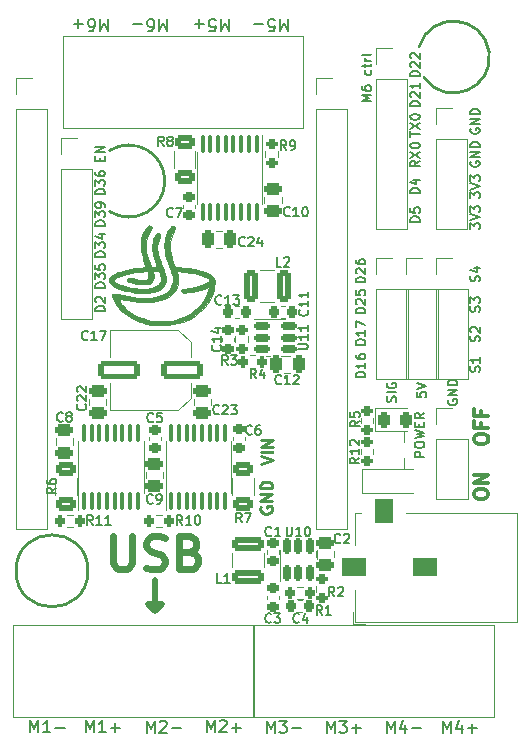
<source format=gbr>
%TF.GenerationSoftware,KiCad,Pcbnew,(6.0.5)*%
%TF.CreationDate,2022-06-06T15:53:17-04:00*%
%TF.ProjectId,NoU2,4e6f5532-2e6b-4696-9361-645f70636258,rev?*%
%TF.SameCoordinates,Original*%
%TF.FileFunction,Legend,Top*%
%TF.FilePolarity,Positive*%
%FSLAX46Y46*%
G04 Gerber Fmt 4.6, Leading zero omitted, Abs format (unit mm)*
G04 Created by KiCad (PCBNEW (6.0.5)) date 2022-06-06 15:53:17*
%MOMM*%
%LPD*%
G01*
G04 APERTURE LIST*
G04 Aperture macros list*
%AMRoundRect*
0 Rectangle with rounded corners*
0 $1 Rounding radius*
0 $2 $3 $4 $5 $6 $7 $8 $9 X,Y pos of 4 corners*
0 Add a 4 corners polygon primitive as box body*
4,1,4,$2,$3,$4,$5,$6,$7,$8,$9,$2,$3,0*
0 Add four circle primitives for the rounded corners*
1,1,$1+$1,$2,$3*
1,1,$1+$1,$4,$5*
1,1,$1+$1,$6,$7*
1,1,$1+$1,$8,$9*
0 Add four rect primitives between the rounded corners*
20,1,$1+$1,$2,$3,$4,$5,0*
20,1,$1+$1,$4,$5,$6,$7,0*
20,1,$1+$1,$6,$7,$8,$9,0*
20,1,$1+$1,$8,$9,$2,$3,0*%
G04 Aperture macros list end*
%ADD10C,0.254000*%
%ADD11C,0.508000*%
%ADD12C,0.300000*%
%ADD13C,0.200000*%
%ADD14C,0.203200*%
%ADD15C,0.609600*%
%ADD16C,0.120000*%
%ADD17C,0.010000*%
%ADD18RoundRect,0.250000X-0.475000X0.250000X-0.475000X-0.250000X0.475000X-0.250000X0.475000X0.250000X0*%
%ADD19R,3.810000X2.794000*%
%ADD20RoundRect,0.100000X0.100000X-0.687500X0.100000X0.687500X-0.100000X0.687500X-0.100000X-0.687500X0*%
%ADD21RoundRect,0.225000X-0.250000X0.225000X-0.250000X-0.225000X0.250000X-0.225000X0.250000X0.225000X0*%
%ADD22RoundRect,0.250000X0.475000X-0.250000X0.475000X0.250000X-0.475000X0.250000X-0.475000X-0.250000X0*%
%ADD23RoundRect,0.225000X0.250000X-0.225000X0.250000X0.225000X-0.250000X0.225000X-0.250000X-0.225000X0*%
%ADD24RoundRect,0.225000X0.225000X0.250000X-0.225000X0.250000X-0.225000X-0.250000X0.225000X-0.250000X0*%
%ADD25RoundRect,0.250000X-0.250000X-0.475000X0.250000X-0.475000X0.250000X0.475000X-0.250000X0.475000X0*%
%ADD26RoundRect,0.225000X-0.225000X-0.250000X0.225000X-0.250000X0.225000X0.250000X-0.225000X0.250000X0*%
%ADD27R,1.300000X1.700000*%
%ADD28RoundRect,1.000000X0.000000X0.800000X0.000000X0.800000X0.000000X-0.800000X0.000000X-0.800000X0*%
%ADD29RoundRect,1.000000X0.800000X0.000000X-0.800000X0.000000X-0.800000X0.000000X0.800000X0.000000X0*%
%ADD30RoundRect,0.250000X-1.075000X0.375000X-1.075000X-0.375000X1.075000X-0.375000X1.075000X0.375000X0*%
%ADD31RoundRect,0.250000X0.375000X1.075000X-0.375000X1.075000X-0.375000X-1.075000X0.375000X-1.075000X0*%
%ADD32R,0.900000X0.800000*%
%ADD33RoundRect,0.200000X-0.200000X-0.275000X0.200000X-0.275000X0.200000X0.275000X-0.200000X0.275000X0*%
%ADD34RoundRect,0.200000X0.275000X-0.200000X0.275000X0.200000X-0.275000X0.200000X-0.275000X-0.200000X0*%
%ADD35RoundRect,0.200000X-0.275000X0.200000X-0.275000X-0.200000X0.275000X-0.200000X0.275000X0.200000X0*%
%ADD36RoundRect,0.249997X-0.625003X0.312503X-0.625003X-0.312503X0.625003X-0.312503X0.625003X0.312503X0*%
%ADD37RoundRect,0.249997X0.625003X-0.312503X0.625003X0.312503X-0.625003X0.312503X-0.625003X-0.312503X0*%
%ADD38RoundRect,0.200000X0.200000X0.275000X-0.200000X0.275000X-0.200000X-0.275000X0.200000X-0.275000X0*%
%ADD39RoundRect,0.100000X-0.100000X0.687500X-0.100000X-0.687500X0.100000X-0.687500X0.100000X0.687500X0*%
%ADD40RoundRect,0.243750X-0.243750X-0.456250X0.243750X-0.456250X0.243750X0.456250X-0.243750X0.456250X0*%
%ADD41C,1.700000*%
%ADD42O,1.700000X1.700000*%
%ADD43C,2.500000*%
%ADD44C,3.200000*%
%ADD45C,2.032000*%
%ADD46RoundRect,0.150000X0.150000X-0.512500X0.150000X0.512500X-0.150000X0.512500X-0.150000X-0.512500X0*%
%ADD47RoundRect,0.250000X1.500000X0.550000X-1.500000X0.550000X-1.500000X-0.550000X1.500000X-0.550000X0*%
%ADD48RoundRect,0.150000X-0.512500X-0.150000X0.512500X-0.150000X0.512500X0.150000X-0.512500X0.150000X0*%
G04 APERTURE END LIST*
D10*
X106548000Y-147000000D02*
G75*
G03*
X106548000Y-147000000I-3048000J0D01*
G01*
D11*
X111600000Y-149800000D02*
X112200000Y-150400000D01*
X112200000Y-150400000D02*
X112800000Y-149800000D01*
X112800000Y-149800000D02*
X111600000Y-149800000D01*
D10*
X135001200Y-105232400D02*
G75*
G03*
X134598191Y-102591862I2498800J1732400D01*
G01*
X108394701Y-116586199D02*
G75*
G03*
X108386054Y-111410004I1612899J2590799D01*
G01*
D11*
X112200000Y-147800000D02*
X112200000Y-150400000D01*
D12*
X139220857Y-140620857D02*
X139220857Y-140392285D01*
X139278000Y-140278000D01*
X139392285Y-140163714D01*
X139620857Y-140106571D01*
X140020857Y-140106571D01*
X140249428Y-140163714D01*
X140363714Y-140278000D01*
X140420857Y-140392285D01*
X140420857Y-140620857D01*
X140363714Y-140735142D01*
X140249428Y-140849428D01*
X140020857Y-140906571D01*
X139620857Y-140906571D01*
X139392285Y-140849428D01*
X139278000Y-140735142D01*
X139220857Y-140620857D01*
X140420857Y-139592285D02*
X139220857Y-139592285D01*
X140420857Y-138906571D01*
X139220857Y-138906571D01*
D13*
X130029104Y-122586828D02*
X129229104Y-122586828D01*
X129229104Y-122396352D01*
X129267200Y-122282066D01*
X129343390Y-122205876D01*
X129419580Y-122167780D01*
X129571961Y-122129685D01*
X129686247Y-122129685D01*
X129838628Y-122167780D01*
X129914819Y-122205876D01*
X129991009Y-122282066D01*
X130029104Y-122396352D01*
X130029104Y-122586828D01*
X129305295Y-121824923D02*
X129267200Y-121786828D01*
X129229104Y-121710638D01*
X129229104Y-121520161D01*
X129267200Y-121443971D01*
X129305295Y-121405876D01*
X129381485Y-121367780D01*
X129457676Y-121367780D01*
X129571961Y-121405876D01*
X130029104Y-121863019D01*
X130029104Y-121367780D01*
X129229104Y-120682066D02*
X129229104Y-120834447D01*
X129267200Y-120910638D01*
X129305295Y-120948733D01*
X129419580Y-121024923D01*
X129571961Y-121063019D01*
X129876723Y-121063019D01*
X129952914Y-121024923D01*
X129991009Y-120986828D01*
X130029104Y-120910638D01*
X130029104Y-120758257D01*
X129991009Y-120682066D01*
X129952914Y-120643971D01*
X129876723Y-120605876D01*
X129686247Y-120605876D01*
X129610057Y-120643971D01*
X129571961Y-120682066D01*
X129533866Y-120758257D01*
X129533866Y-120910638D01*
X129571961Y-120986828D01*
X129610057Y-121024923D01*
X129686247Y-121063019D01*
X107562857Y-112299876D02*
X107562857Y-112033209D01*
X107981904Y-111918923D02*
X107981904Y-112299876D01*
X107181904Y-112299876D01*
X107181904Y-111918923D01*
X107981904Y-111576066D02*
X107181904Y-111576066D01*
X107981904Y-111118923D01*
X107181904Y-111118923D01*
D14*
X108245928Y-100302380D02*
X108245928Y-101318380D01*
X107907261Y-100592666D01*
X107568595Y-101318380D01*
X107568595Y-100302380D01*
X106649357Y-101318380D02*
X106842880Y-101318380D01*
X106939642Y-101270000D01*
X106988023Y-101221619D01*
X107084785Y-101076476D01*
X107133166Y-100882952D01*
X107133166Y-100495904D01*
X107084785Y-100399142D01*
X107036404Y-100350761D01*
X106939642Y-100302380D01*
X106746119Y-100302380D01*
X106649357Y-100350761D01*
X106600976Y-100399142D01*
X106552595Y-100495904D01*
X106552595Y-100737809D01*
X106600976Y-100834571D01*
X106649357Y-100882952D01*
X106746119Y-100931333D01*
X106939642Y-100931333D01*
X107036404Y-100882952D01*
X107084785Y-100834571D01*
X107133166Y-100737809D01*
X106117166Y-100689428D02*
X105343071Y-100689428D01*
X105730119Y-100302380D02*
X105730119Y-101076476D01*
D10*
X121183600Y-141566495D02*
X121135219Y-141663257D01*
X121135219Y-141808400D01*
X121183600Y-141953542D01*
X121280361Y-142050304D01*
X121377123Y-142098685D01*
X121570647Y-142147066D01*
X121715790Y-142147066D01*
X121909314Y-142098685D01*
X122006076Y-142050304D01*
X122102838Y-141953542D01*
X122151219Y-141808400D01*
X122151219Y-141711638D01*
X122102838Y-141566495D01*
X122054457Y-141518114D01*
X121715790Y-141518114D01*
X121715790Y-141711638D01*
X122151219Y-141082685D02*
X121135219Y-141082685D01*
X122151219Y-140502114D01*
X121135219Y-140502114D01*
X122151219Y-140018304D02*
X121135219Y-140018304D01*
X121135219Y-139776400D01*
X121183600Y-139631257D01*
X121280361Y-139534495D01*
X121377123Y-139486114D01*
X121570647Y-139437733D01*
X121715790Y-139437733D01*
X121909314Y-139486114D01*
X122006076Y-139534495D01*
X122102838Y-139631257D01*
X122151219Y-139776400D01*
X122151219Y-140018304D01*
D15*
X108674238Y-144069952D02*
X108674238Y-146331761D01*
X108807285Y-146597857D01*
X108940333Y-146730904D01*
X109206428Y-146863952D01*
X109738619Y-146863952D01*
X110004714Y-146730904D01*
X110137761Y-146597857D01*
X110270809Y-146331761D01*
X110270809Y-144069952D01*
X111468238Y-146730904D02*
X111867380Y-146863952D01*
X112532619Y-146863952D01*
X112798714Y-146730904D01*
X112931761Y-146597857D01*
X113064809Y-146331761D01*
X113064809Y-146065666D01*
X112931761Y-145799571D01*
X112798714Y-145666523D01*
X112532619Y-145533476D01*
X112000428Y-145400428D01*
X111734333Y-145267380D01*
X111601285Y-145134333D01*
X111468238Y-144868238D01*
X111468238Y-144602142D01*
X111601285Y-144336047D01*
X111734333Y-144203000D01*
X112000428Y-144069952D01*
X112665666Y-144069952D01*
X113064809Y-144203000D01*
X115193571Y-145400428D02*
X115592714Y-145533476D01*
X115725761Y-145666523D01*
X115858809Y-145932619D01*
X115858809Y-146331761D01*
X115725761Y-146597857D01*
X115592714Y-146730904D01*
X115326619Y-146863952D01*
X114262238Y-146863952D01*
X114262238Y-144069952D01*
X115193571Y-144069952D01*
X115459666Y-144203000D01*
X115592714Y-144336047D01*
X115725761Y-144602142D01*
X115725761Y-144868238D01*
X115592714Y-145134333D01*
X115459666Y-145267380D01*
X115193571Y-145400428D01*
X114262238Y-145400428D01*
D13*
X130029104Y-130613228D02*
X129229104Y-130613228D01*
X129229104Y-130422752D01*
X129267200Y-130308466D01*
X129343390Y-130232276D01*
X129419580Y-130194180D01*
X129571961Y-130156085D01*
X129686247Y-130156085D01*
X129838628Y-130194180D01*
X129914819Y-130232276D01*
X129991009Y-130308466D01*
X130029104Y-130422752D01*
X130029104Y-130613228D01*
X130029104Y-129394180D02*
X130029104Y-129851323D01*
X130029104Y-129622752D02*
X129229104Y-129622752D01*
X129343390Y-129698942D01*
X129419580Y-129775133D01*
X129457676Y-129851323D01*
X129229104Y-128708466D02*
X129229104Y-128860847D01*
X129267200Y-128937038D01*
X129305295Y-128975133D01*
X129419580Y-129051323D01*
X129571961Y-129089419D01*
X129876723Y-129089419D01*
X129952914Y-129051323D01*
X129991009Y-129013228D01*
X130029104Y-128937038D01*
X130029104Y-128784657D01*
X129991009Y-128708466D01*
X129952914Y-128670371D01*
X129876723Y-128632276D01*
X129686247Y-128632276D01*
X129610057Y-128670371D01*
X129571961Y-128708466D01*
X129533866Y-128784657D01*
X129533866Y-128937038D01*
X129571961Y-129013228D01*
X129610057Y-129051323D01*
X129686247Y-129089419D01*
X130029104Y-125177628D02*
X129229104Y-125177628D01*
X129229104Y-124987152D01*
X129267200Y-124872866D01*
X129343390Y-124796676D01*
X129419580Y-124758580D01*
X129571961Y-124720485D01*
X129686247Y-124720485D01*
X129838628Y-124758580D01*
X129914819Y-124796676D01*
X129991009Y-124872866D01*
X130029104Y-124987152D01*
X130029104Y-125177628D01*
X129305295Y-124415723D02*
X129267200Y-124377628D01*
X129229104Y-124301438D01*
X129229104Y-124110961D01*
X129267200Y-124034771D01*
X129305295Y-123996676D01*
X129381485Y-123958580D01*
X129457676Y-123958580D01*
X129571961Y-123996676D01*
X130029104Y-124453819D01*
X130029104Y-123958580D01*
X129229104Y-123234771D02*
X129229104Y-123615723D01*
X129610057Y-123653819D01*
X129571961Y-123615723D01*
X129533866Y-123539533D01*
X129533866Y-123349057D01*
X129571961Y-123272866D01*
X129610057Y-123234771D01*
X129686247Y-123196676D01*
X129876723Y-123196676D01*
X129952914Y-123234771D01*
X129991009Y-123272866D01*
X130029104Y-123349057D01*
X130029104Y-123539533D01*
X129991009Y-123615723D01*
X129952914Y-123653819D01*
D14*
X111502571Y-160721119D02*
X111502571Y-159705119D01*
X111841238Y-160430833D01*
X112179904Y-159705119D01*
X112179904Y-160721119D01*
X112615333Y-159801880D02*
X112663714Y-159753500D01*
X112760476Y-159705119D01*
X113002380Y-159705119D01*
X113099142Y-159753500D01*
X113147523Y-159801880D01*
X113195904Y-159898642D01*
X113195904Y-159995404D01*
X113147523Y-160140547D01*
X112566952Y-160721119D01*
X113195904Y-160721119D01*
X113631333Y-160334071D02*
X114405428Y-160334071D01*
D13*
X134626504Y-107677028D02*
X133826504Y-107677028D01*
X133826504Y-107486552D01*
X133864600Y-107372266D01*
X133940790Y-107296076D01*
X134016980Y-107257980D01*
X134169361Y-107219885D01*
X134283647Y-107219885D01*
X134436028Y-107257980D01*
X134512219Y-107296076D01*
X134588409Y-107372266D01*
X134626504Y-107486552D01*
X134626504Y-107677028D01*
X133902695Y-106915123D02*
X133864600Y-106877028D01*
X133826504Y-106800838D01*
X133826504Y-106610361D01*
X133864600Y-106534171D01*
X133902695Y-106496076D01*
X133978885Y-106457980D01*
X134055076Y-106457980D01*
X134169361Y-106496076D01*
X134626504Y-106953219D01*
X134626504Y-106457980D01*
X134626504Y-105696076D02*
X134626504Y-106153219D01*
X134626504Y-105924647D02*
X133826504Y-105924647D01*
X133940790Y-106000838D01*
X134016980Y-106077028D01*
X134055076Y-106153219D01*
D14*
X116582571Y-160657619D02*
X116582571Y-159641619D01*
X116921238Y-160367333D01*
X117259904Y-159641619D01*
X117259904Y-160657619D01*
X117695333Y-159738380D02*
X117743714Y-159690000D01*
X117840476Y-159641619D01*
X118082380Y-159641619D01*
X118179142Y-159690000D01*
X118227523Y-159738380D01*
X118275904Y-159835142D01*
X118275904Y-159931904D01*
X118227523Y-160077047D01*
X117646952Y-160657619D01*
X118275904Y-160657619D01*
X118711333Y-160270571D02*
X119485428Y-160270571D01*
X119098380Y-160657619D02*
X119098380Y-159883523D01*
D13*
X138906504Y-115443076D02*
X138906504Y-114947838D01*
X139211266Y-115214504D01*
X139211266Y-115100219D01*
X139249361Y-115024028D01*
X139287457Y-114985933D01*
X139363647Y-114947838D01*
X139554123Y-114947838D01*
X139630314Y-114985933D01*
X139668409Y-115024028D01*
X139706504Y-115100219D01*
X139706504Y-115328790D01*
X139668409Y-115404980D01*
X139630314Y-115443076D01*
X138906504Y-114719266D02*
X139706504Y-114452600D01*
X138906504Y-114185933D01*
X138906504Y-113995457D02*
X138906504Y-113500219D01*
X139211266Y-113766885D01*
X139211266Y-113652600D01*
X139249361Y-113576409D01*
X139287457Y-113538314D01*
X139363647Y-113500219D01*
X139554123Y-113500219D01*
X139630314Y-113538314D01*
X139668409Y-113576409D01*
X139706504Y-113652600D01*
X139706504Y-113881171D01*
X139668409Y-113957361D01*
X139630314Y-113995457D01*
D12*
X139246257Y-135940857D02*
X139246257Y-135712285D01*
X139303400Y-135598000D01*
X139417685Y-135483714D01*
X139646257Y-135426571D01*
X140046257Y-135426571D01*
X140274828Y-135483714D01*
X140389114Y-135598000D01*
X140446257Y-135712285D01*
X140446257Y-135940857D01*
X140389114Y-136055142D01*
X140274828Y-136169428D01*
X140046257Y-136226571D01*
X139646257Y-136226571D01*
X139417685Y-136169428D01*
X139303400Y-136055142D01*
X139246257Y-135940857D01*
X139817685Y-134512285D02*
X139817685Y-134912285D01*
X140446257Y-134912285D02*
X139246257Y-134912285D01*
X139246257Y-134340857D01*
X139817685Y-133483714D02*
X139817685Y-133883714D01*
X140446257Y-133883714D02*
X139246257Y-133883714D01*
X139246257Y-133312285D01*
D13*
X138944600Y-112344323D02*
X138906504Y-112420514D01*
X138906504Y-112534800D01*
X138944600Y-112649085D01*
X139020790Y-112725276D01*
X139096980Y-112763371D01*
X139249361Y-112801466D01*
X139363647Y-112801466D01*
X139516028Y-112763371D01*
X139592219Y-112725276D01*
X139668409Y-112649085D01*
X139706504Y-112534800D01*
X139706504Y-112458609D01*
X139668409Y-112344323D01*
X139630314Y-112306228D01*
X139363647Y-112306228D01*
X139363647Y-112458609D01*
X139706504Y-111963371D02*
X138906504Y-111963371D01*
X139706504Y-111506228D01*
X138906504Y-111506228D01*
X139706504Y-111125276D02*
X138906504Y-111125276D01*
X138906504Y-110934800D01*
X138944600Y-110820514D01*
X139020790Y-110744323D01*
X139096980Y-110706228D01*
X139249361Y-110668133D01*
X139363647Y-110668133D01*
X139516028Y-110706228D01*
X139592219Y-110744323D01*
X139668409Y-110820514D01*
X139706504Y-110934800D01*
X139706504Y-111125276D01*
X107981904Y-117786228D02*
X107181904Y-117786228D01*
X107181904Y-117595752D01*
X107220000Y-117481466D01*
X107296190Y-117405276D01*
X107372380Y-117367180D01*
X107524761Y-117329085D01*
X107639047Y-117329085D01*
X107791428Y-117367180D01*
X107867619Y-117405276D01*
X107943809Y-117481466D01*
X107981904Y-117595752D01*
X107981904Y-117786228D01*
X107181904Y-117062419D02*
X107181904Y-116567180D01*
X107486666Y-116833847D01*
X107486666Y-116719561D01*
X107524761Y-116643371D01*
X107562857Y-116605276D01*
X107639047Y-116567180D01*
X107829523Y-116567180D01*
X107905714Y-116605276D01*
X107943809Y-116643371D01*
X107981904Y-116719561D01*
X107981904Y-116948133D01*
X107943809Y-117024323D01*
X107905714Y-117062419D01*
X107981904Y-116186228D02*
X107981904Y-116033847D01*
X107943809Y-115957657D01*
X107905714Y-115919561D01*
X107791428Y-115843371D01*
X107639047Y-115805276D01*
X107334285Y-115805276D01*
X107258095Y-115843371D01*
X107220000Y-115881466D01*
X107181904Y-115957657D01*
X107181904Y-116110038D01*
X107220000Y-116186228D01*
X107258095Y-116224323D01*
X107334285Y-116262419D01*
X107524761Y-116262419D01*
X107600952Y-116224323D01*
X107639047Y-116186228D01*
X107677142Y-116110038D01*
X107677142Y-115957657D01*
X107639047Y-115881466D01*
X107600952Y-115843371D01*
X107524761Y-115805276D01*
D14*
X101660071Y-160657619D02*
X101660071Y-159641619D01*
X101998738Y-160367333D01*
X102337404Y-159641619D01*
X102337404Y-160657619D01*
X103353404Y-160657619D02*
X102772833Y-160657619D01*
X103063119Y-160657619D02*
X103063119Y-159641619D01*
X102966357Y-159786761D01*
X102869595Y-159883523D01*
X102772833Y-159931904D01*
X103788833Y-160270571D02*
X104562928Y-160270571D01*
D13*
X107981904Y-115119228D02*
X107181904Y-115119228D01*
X107181904Y-114928752D01*
X107220000Y-114814466D01*
X107296190Y-114738276D01*
X107372380Y-114700180D01*
X107524761Y-114662085D01*
X107639047Y-114662085D01*
X107791428Y-114700180D01*
X107867619Y-114738276D01*
X107943809Y-114814466D01*
X107981904Y-114928752D01*
X107981904Y-115119228D01*
X107181904Y-114395419D02*
X107181904Y-113900180D01*
X107486666Y-114166847D01*
X107486666Y-114052561D01*
X107524761Y-113976371D01*
X107562857Y-113938276D01*
X107639047Y-113900180D01*
X107829523Y-113900180D01*
X107905714Y-113938276D01*
X107943809Y-113976371D01*
X107981904Y-114052561D01*
X107981904Y-114281133D01*
X107943809Y-114357323D01*
X107905714Y-114395419D01*
X107181904Y-113214466D02*
X107181904Y-113366847D01*
X107220000Y-113443038D01*
X107258095Y-113481133D01*
X107372380Y-113557323D01*
X107524761Y-113595419D01*
X107829523Y-113595419D01*
X107905714Y-113557323D01*
X107943809Y-113519228D01*
X107981904Y-113443038D01*
X107981904Y-113290657D01*
X107943809Y-113214466D01*
X107905714Y-113176371D01*
X107829523Y-113138276D01*
X107639047Y-113138276D01*
X107562857Y-113176371D01*
X107524761Y-113214466D01*
X107486666Y-113290657D01*
X107486666Y-113443038D01*
X107524761Y-113519228D01*
X107562857Y-113557323D01*
X107639047Y-113595419D01*
D14*
X123485928Y-100302380D02*
X123485928Y-101318380D01*
X123147261Y-100592666D01*
X122808595Y-101318380D01*
X122808595Y-100302380D01*
X121840976Y-101318380D02*
X122324785Y-101318380D01*
X122373166Y-100834571D01*
X122324785Y-100882952D01*
X122228023Y-100931333D01*
X121986119Y-100931333D01*
X121889357Y-100882952D01*
X121840976Y-100834571D01*
X121792595Y-100737809D01*
X121792595Y-100495904D01*
X121840976Y-100399142D01*
X121889357Y-100350761D01*
X121986119Y-100302380D01*
X122228023Y-100302380D01*
X122324785Y-100350761D01*
X122373166Y-100399142D01*
X121357166Y-100689428D02*
X120583071Y-100689428D01*
D13*
X135007504Y-137356819D02*
X134207504Y-137356819D01*
X134207504Y-137052057D01*
X134245600Y-136975866D01*
X134283695Y-136937771D01*
X134359885Y-136899676D01*
X134474171Y-136899676D01*
X134550361Y-136937771D01*
X134588457Y-136975866D01*
X134626552Y-137052057D01*
X134626552Y-137356819D01*
X134207504Y-136404438D02*
X134207504Y-136252057D01*
X134245600Y-136175866D01*
X134321790Y-136099676D01*
X134474171Y-136061580D01*
X134740838Y-136061580D01*
X134893219Y-136099676D01*
X134969409Y-136175866D01*
X135007504Y-136252057D01*
X135007504Y-136404438D01*
X134969409Y-136480628D01*
X134893219Y-136556819D01*
X134740838Y-136594914D01*
X134474171Y-136594914D01*
X134321790Y-136556819D01*
X134245600Y-136480628D01*
X134207504Y-136404438D01*
X134207504Y-135794914D02*
X135007504Y-135604438D01*
X134436076Y-135452057D01*
X135007504Y-135299676D01*
X134207504Y-135109200D01*
X134588457Y-134804438D02*
X134588457Y-134537771D01*
X135007504Y-134423485D02*
X135007504Y-134804438D01*
X134207504Y-134804438D01*
X134207504Y-134423485D01*
X135007504Y-133623485D02*
X134626552Y-133890152D01*
X135007504Y-134080628D02*
X134207504Y-134080628D01*
X134207504Y-133775866D01*
X134245600Y-133699676D01*
X134283695Y-133661580D01*
X134359885Y-133623485D01*
X134474171Y-133623485D01*
X134550361Y-133661580D01*
X134588457Y-133699676D01*
X134626552Y-133775866D01*
X134626552Y-134080628D01*
X107981904Y-123044028D02*
X107181904Y-123044028D01*
X107181904Y-122853552D01*
X107220000Y-122739266D01*
X107296190Y-122663076D01*
X107372380Y-122624980D01*
X107524761Y-122586885D01*
X107639047Y-122586885D01*
X107791428Y-122624980D01*
X107867619Y-122663076D01*
X107943809Y-122739266D01*
X107981904Y-122853552D01*
X107981904Y-123044028D01*
X107181904Y-122320219D02*
X107181904Y-121824980D01*
X107486666Y-122091647D01*
X107486666Y-121977361D01*
X107524761Y-121901171D01*
X107562857Y-121863076D01*
X107639047Y-121824980D01*
X107829523Y-121824980D01*
X107905714Y-121863076D01*
X107943809Y-121901171D01*
X107981904Y-121977361D01*
X107981904Y-122205933D01*
X107943809Y-122282123D01*
X107905714Y-122320219D01*
X107181904Y-121101171D02*
X107181904Y-121482123D01*
X107562857Y-121520219D01*
X107524761Y-121482123D01*
X107486666Y-121405933D01*
X107486666Y-121215457D01*
X107524761Y-121139266D01*
X107562857Y-121101171D01*
X107639047Y-121063076D01*
X107829523Y-121063076D01*
X107905714Y-121101171D01*
X107943809Y-121139266D01*
X107981904Y-121215457D01*
X107981904Y-121405933D01*
X107943809Y-121482123D01*
X107905714Y-121520219D01*
X134626504Y-105111628D02*
X133826504Y-105111628D01*
X133826504Y-104921152D01*
X133864600Y-104806866D01*
X133940790Y-104730676D01*
X134016980Y-104692580D01*
X134169361Y-104654485D01*
X134283647Y-104654485D01*
X134436028Y-104692580D01*
X134512219Y-104730676D01*
X134588409Y-104806866D01*
X134626504Y-104921152D01*
X134626504Y-105111628D01*
X133902695Y-104349723D02*
X133864600Y-104311628D01*
X133826504Y-104235438D01*
X133826504Y-104044961D01*
X133864600Y-103968771D01*
X133902695Y-103930676D01*
X133978885Y-103892580D01*
X134055076Y-103892580D01*
X134169361Y-103930676D01*
X134626504Y-104387819D01*
X134626504Y-103892580D01*
X133902695Y-103587819D02*
X133864600Y-103549723D01*
X133826504Y-103473533D01*
X133826504Y-103283057D01*
X133864600Y-103206866D01*
X133902695Y-103168771D01*
X133978885Y-103130676D01*
X134055076Y-103130676D01*
X134169361Y-103168771D01*
X134626504Y-103625914D01*
X134626504Y-103130676D01*
D14*
X131822571Y-160721119D02*
X131822571Y-159705119D01*
X132161238Y-160430833D01*
X132499904Y-159705119D01*
X132499904Y-160721119D01*
X133419142Y-160043785D02*
X133419142Y-160721119D01*
X133177238Y-159656738D02*
X132935333Y-160382452D01*
X133564285Y-160382452D01*
X133951333Y-160334071D02*
X134725428Y-160334071D01*
D13*
X133826504Y-110236076D02*
X133826504Y-109778933D01*
X134626504Y-110007504D02*
X133826504Y-110007504D01*
X133826504Y-109588457D02*
X134626504Y-109055123D01*
X133826504Y-109055123D02*
X134626504Y-109588457D01*
X133826504Y-108597980D02*
X133826504Y-108521790D01*
X133864600Y-108445600D01*
X133902695Y-108407504D01*
X133978885Y-108369409D01*
X134131266Y-108331314D01*
X134321742Y-108331314D01*
X134474123Y-108369409D01*
X134550314Y-108407504D01*
X134588409Y-108445600D01*
X134626504Y-108521790D01*
X134626504Y-108597980D01*
X134588409Y-108674171D01*
X134550314Y-108712266D01*
X134474123Y-108750361D01*
X134321742Y-108788457D01*
X134131266Y-108788457D01*
X133978885Y-108750361D01*
X133902695Y-108712266D01*
X133864600Y-108674171D01*
X133826504Y-108597980D01*
X134626504Y-115043076D02*
X133826504Y-115043076D01*
X133826504Y-114852600D01*
X133864600Y-114738314D01*
X133940790Y-114662123D01*
X134016980Y-114624028D01*
X134169361Y-114585933D01*
X134283647Y-114585933D01*
X134436028Y-114624028D01*
X134512219Y-114662123D01*
X134588409Y-114738314D01*
X134626504Y-114852600D01*
X134626504Y-115043076D01*
X134093171Y-113900219D02*
X134626504Y-113900219D01*
X133788409Y-114090695D02*
X134359838Y-114281171D01*
X134359838Y-113785933D01*
X134626504Y-117456076D02*
X133826504Y-117456076D01*
X133826504Y-117265600D01*
X133864600Y-117151314D01*
X133940790Y-117075123D01*
X134016980Y-117037028D01*
X134169361Y-116998933D01*
X134283647Y-116998933D01*
X134436028Y-117037028D01*
X134512219Y-117075123D01*
X134588409Y-117151314D01*
X134626504Y-117265600D01*
X134626504Y-117456076D01*
X133826504Y-116275123D02*
X133826504Y-116656076D01*
X134207457Y-116694171D01*
X134169361Y-116656076D01*
X134131266Y-116579885D01*
X134131266Y-116389409D01*
X134169361Y-116313219D01*
X134207457Y-116275123D01*
X134283647Y-116237028D01*
X134474123Y-116237028D01*
X134550314Y-116275123D01*
X134588409Y-116313219D01*
X134626504Y-116389409D01*
X134626504Y-116579885D01*
X134588409Y-116656076D01*
X134550314Y-116694171D01*
X139693809Y-127558923D02*
X139731904Y-127444638D01*
X139731904Y-127254161D01*
X139693809Y-127177971D01*
X139655714Y-127139876D01*
X139579523Y-127101780D01*
X139503333Y-127101780D01*
X139427142Y-127139876D01*
X139389047Y-127177971D01*
X139350952Y-127254161D01*
X139312857Y-127406542D01*
X139274761Y-127482733D01*
X139236666Y-127520828D01*
X139160476Y-127558923D01*
X139084285Y-127558923D01*
X139008095Y-127520828D01*
X138970000Y-127482733D01*
X138931904Y-127406542D01*
X138931904Y-127216066D01*
X138970000Y-127101780D01*
X139008095Y-126797019D02*
X138970000Y-126758923D01*
X138931904Y-126682733D01*
X138931904Y-126492257D01*
X138970000Y-126416066D01*
X139008095Y-126377971D01*
X139084285Y-126339876D01*
X139160476Y-126339876D01*
X139274761Y-126377971D01*
X139731904Y-126835114D01*
X139731904Y-126339876D01*
X139693809Y-130124323D02*
X139731904Y-130010038D01*
X139731904Y-129819561D01*
X139693809Y-129743371D01*
X139655714Y-129705276D01*
X139579523Y-129667180D01*
X139503333Y-129667180D01*
X139427142Y-129705276D01*
X139389047Y-129743371D01*
X139350952Y-129819561D01*
X139312857Y-129971942D01*
X139274761Y-130048133D01*
X139236666Y-130086228D01*
X139160476Y-130124323D01*
X139084285Y-130124323D01*
X139008095Y-130086228D01*
X138970000Y-130048133D01*
X138931904Y-129971942D01*
X138931904Y-129781466D01*
X138970000Y-129667180D01*
X139731904Y-128905276D02*
X139731904Y-129362419D01*
X139731904Y-129133847D02*
X138931904Y-129133847D01*
X139046190Y-129210038D01*
X139122380Y-129286228D01*
X139160476Y-129362419D01*
X132597049Y-132693507D02*
X132635144Y-132579221D01*
X132635144Y-132388745D01*
X132597049Y-132312555D01*
X132558954Y-132274460D01*
X132482763Y-132236364D01*
X132406573Y-132236364D01*
X132330382Y-132274460D01*
X132292287Y-132312555D01*
X132254192Y-132388745D01*
X132216097Y-132541126D01*
X132178001Y-132617317D01*
X132139906Y-132655412D01*
X132063716Y-132693507D01*
X131987525Y-132693507D01*
X131911335Y-132655412D01*
X131873240Y-132617317D01*
X131835144Y-132541126D01*
X131835144Y-132350650D01*
X131873240Y-132236364D01*
X132635144Y-131893507D02*
X131835144Y-131893507D01*
X131873240Y-131093507D02*
X131835144Y-131169698D01*
X131835144Y-131283983D01*
X131873240Y-131398269D01*
X131949430Y-131474460D01*
X132025620Y-131512555D01*
X132178001Y-131550650D01*
X132292287Y-131550650D01*
X132444668Y-131512555D01*
X132520859Y-131474460D01*
X132597049Y-131398269D01*
X132635144Y-131283983D01*
X132635144Y-131207793D01*
X132597049Y-131093507D01*
X132558954Y-131055412D01*
X132292287Y-131055412D01*
X132292287Y-131207793D01*
X138944600Y-109550323D02*
X138906504Y-109626514D01*
X138906504Y-109740800D01*
X138944600Y-109855085D01*
X139020790Y-109931276D01*
X139096980Y-109969371D01*
X139249361Y-110007466D01*
X139363647Y-110007466D01*
X139516028Y-109969371D01*
X139592219Y-109931276D01*
X139668409Y-109855085D01*
X139706504Y-109740800D01*
X139706504Y-109664609D01*
X139668409Y-109550323D01*
X139630314Y-109512228D01*
X139363647Y-109512228D01*
X139363647Y-109664609D01*
X139706504Y-109169371D02*
X138906504Y-109169371D01*
X139706504Y-108712228D01*
X138906504Y-108712228D01*
X139706504Y-108331276D02*
X138906504Y-108331276D01*
X138906504Y-108140800D01*
X138944600Y-108026514D01*
X139020790Y-107950323D01*
X139096980Y-107912228D01*
X139249361Y-107874133D01*
X139363647Y-107874133D01*
X139516028Y-107912228D01*
X139592219Y-107950323D01*
X139668409Y-108026514D01*
X139706504Y-108140800D01*
X139706504Y-108331276D01*
X138906504Y-118059276D02*
X138906504Y-117564038D01*
X139211266Y-117830704D01*
X139211266Y-117716419D01*
X139249361Y-117640228D01*
X139287457Y-117602133D01*
X139363647Y-117564038D01*
X139554123Y-117564038D01*
X139630314Y-117602133D01*
X139668409Y-117640228D01*
X139706504Y-117716419D01*
X139706504Y-117944990D01*
X139668409Y-118021180D01*
X139630314Y-118059276D01*
X138906504Y-117335466D02*
X139706504Y-117068800D01*
X138906504Y-116802133D01*
X138906504Y-116611657D02*
X138906504Y-116116419D01*
X139211266Y-116383085D01*
X139211266Y-116268800D01*
X139249361Y-116192609D01*
X139287457Y-116154514D01*
X139363647Y-116116419D01*
X139554123Y-116116419D01*
X139630314Y-116154514D01*
X139668409Y-116192609D01*
X139706504Y-116268800D01*
X139706504Y-116497371D01*
X139668409Y-116573561D01*
X139630314Y-116611657D01*
D14*
X136585071Y-160721119D02*
X136585071Y-159705119D01*
X136923738Y-160430833D01*
X137262404Y-159705119D01*
X137262404Y-160721119D01*
X138181642Y-160043785D02*
X138181642Y-160721119D01*
X137939738Y-159656738D02*
X137697833Y-160382452D01*
X138326785Y-160382452D01*
X138713833Y-160334071D02*
X139487928Y-160334071D01*
X139100880Y-160721119D02*
X139100880Y-159947023D01*
X106359071Y-160657619D02*
X106359071Y-159641619D01*
X106697738Y-160367333D01*
X107036404Y-159641619D01*
X107036404Y-160657619D01*
X108052404Y-160657619D02*
X107471833Y-160657619D01*
X107762119Y-160657619D02*
X107762119Y-159641619D01*
X107665357Y-159786761D01*
X107568595Y-159883523D01*
X107471833Y-159931904D01*
X108487833Y-160270571D02*
X109261928Y-160270571D01*
X108874880Y-160657619D02*
X108874880Y-159883523D01*
D13*
X139693809Y-122478923D02*
X139731904Y-122364638D01*
X139731904Y-122174161D01*
X139693809Y-122097971D01*
X139655714Y-122059876D01*
X139579523Y-122021780D01*
X139503333Y-122021780D01*
X139427142Y-122059876D01*
X139389047Y-122097971D01*
X139350952Y-122174161D01*
X139312857Y-122326542D01*
X139274761Y-122402733D01*
X139236666Y-122440828D01*
X139160476Y-122478923D01*
X139084285Y-122478923D01*
X139008095Y-122440828D01*
X138970000Y-122402733D01*
X138931904Y-122326542D01*
X138931904Y-122136066D01*
X138970000Y-122021780D01*
X139198571Y-121336066D02*
X139731904Y-121336066D01*
X138893809Y-121526542D02*
X139465238Y-121717019D01*
X139465238Y-121221780D01*
X139693809Y-125044323D02*
X139731904Y-124930038D01*
X139731904Y-124739561D01*
X139693809Y-124663371D01*
X139655714Y-124625276D01*
X139579523Y-124587180D01*
X139503333Y-124587180D01*
X139427142Y-124625276D01*
X139389047Y-124663371D01*
X139350952Y-124739561D01*
X139312857Y-124891942D01*
X139274761Y-124968133D01*
X139236666Y-125006228D01*
X139160476Y-125044323D01*
X139084285Y-125044323D01*
X139008095Y-125006228D01*
X138970000Y-124968133D01*
X138931904Y-124891942D01*
X138931904Y-124701466D01*
X138970000Y-124587180D01*
X138931904Y-124320514D02*
X138931904Y-123825276D01*
X139236666Y-124091942D01*
X139236666Y-123977657D01*
X139274761Y-123901466D01*
X139312857Y-123863371D01*
X139389047Y-123825276D01*
X139579523Y-123825276D01*
X139655714Y-123863371D01*
X139693809Y-123901466D01*
X139731904Y-123977657D01*
X139731904Y-124206228D01*
X139693809Y-124282419D01*
X139655714Y-124320514D01*
D14*
X121662571Y-160721119D02*
X121662571Y-159705119D01*
X122001238Y-160430833D01*
X122339904Y-159705119D01*
X122339904Y-160721119D01*
X122726952Y-159705119D02*
X123355904Y-159705119D01*
X123017238Y-160092166D01*
X123162380Y-160092166D01*
X123259142Y-160140547D01*
X123307523Y-160188928D01*
X123355904Y-160285690D01*
X123355904Y-160527595D01*
X123307523Y-160624357D01*
X123259142Y-160672738D01*
X123162380Y-160721119D01*
X122872095Y-160721119D01*
X122775333Y-160672738D01*
X122726952Y-160624357D01*
X123791333Y-160334071D02*
X124565428Y-160334071D01*
D13*
X130029104Y-127870028D02*
X129229104Y-127870028D01*
X129229104Y-127679552D01*
X129267200Y-127565266D01*
X129343390Y-127489076D01*
X129419580Y-127450980D01*
X129571961Y-127412885D01*
X129686247Y-127412885D01*
X129838628Y-127450980D01*
X129914819Y-127489076D01*
X129991009Y-127565266D01*
X130029104Y-127679552D01*
X130029104Y-127870028D01*
X130029104Y-126650980D02*
X130029104Y-127108123D01*
X130029104Y-126879552D02*
X129229104Y-126879552D01*
X129343390Y-126955742D01*
X129419580Y-127031933D01*
X129457676Y-127108123D01*
X129229104Y-126384314D02*
X129229104Y-125850980D01*
X130029104Y-126193838D01*
X130537104Y-107238752D02*
X129737104Y-107238752D01*
X130308533Y-106972085D01*
X129737104Y-106705419D01*
X130537104Y-106705419D01*
X129737104Y-105981609D02*
X129737104Y-106133990D01*
X129775200Y-106210180D01*
X129813295Y-106248276D01*
X129927580Y-106324466D01*
X130079961Y-106362561D01*
X130384723Y-106362561D01*
X130460914Y-106324466D01*
X130499009Y-106286371D01*
X130537104Y-106210180D01*
X130537104Y-106057800D01*
X130499009Y-105981609D01*
X130460914Y-105943514D01*
X130384723Y-105905419D01*
X130194247Y-105905419D01*
X130118057Y-105943514D01*
X130079961Y-105981609D01*
X130041866Y-106057800D01*
X130041866Y-106210180D01*
X130079961Y-106286371D01*
X130118057Y-106324466D01*
X130194247Y-106362561D01*
X130499009Y-104610180D02*
X130537104Y-104686371D01*
X130537104Y-104838752D01*
X130499009Y-104914942D01*
X130460914Y-104953038D01*
X130384723Y-104991133D01*
X130156152Y-104991133D01*
X130079961Y-104953038D01*
X130041866Y-104914942D01*
X130003771Y-104838752D01*
X130003771Y-104686371D01*
X130041866Y-104610180D01*
X130003771Y-104381609D02*
X130003771Y-104076847D01*
X129737104Y-104267323D02*
X130422819Y-104267323D01*
X130499009Y-104229228D01*
X130537104Y-104153038D01*
X130537104Y-104076847D01*
X130537104Y-103810180D02*
X130003771Y-103810180D01*
X130156152Y-103810180D02*
X130079961Y-103772085D01*
X130041866Y-103733990D01*
X130003771Y-103657800D01*
X130003771Y-103581609D01*
X130537104Y-103200657D02*
X130499009Y-103276847D01*
X130422819Y-103314942D01*
X129737104Y-103314942D01*
D14*
X118469428Y-100302380D02*
X118469428Y-101318380D01*
X118130761Y-100592666D01*
X117792095Y-101318380D01*
X117792095Y-100302380D01*
X116824476Y-101318380D02*
X117308285Y-101318380D01*
X117356666Y-100834571D01*
X117308285Y-100882952D01*
X117211523Y-100931333D01*
X116969619Y-100931333D01*
X116872857Y-100882952D01*
X116824476Y-100834571D01*
X116776095Y-100737809D01*
X116776095Y-100495904D01*
X116824476Y-100399142D01*
X116872857Y-100350761D01*
X116969619Y-100302380D01*
X117211523Y-100302380D01*
X117308285Y-100350761D01*
X117356666Y-100399142D01*
X116340666Y-100689428D02*
X115566571Y-100689428D01*
X115953619Y-100302380D02*
X115953619Y-101076476D01*
D13*
X134626504Y-112299885D02*
X134245552Y-112566552D01*
X134626504Y-112757028D02*
X133826504Y-112757028D01*
X133826504Y-112452266D01*
X133864600Y-112376076D01*
X133902695Y-112337980D01*
X133978885Y-112299885D01*
X134093171Y-112299885D01*
X134169361Y-112337980D01*
X134207457Y-112376076D01*
X134245552Y-112452266D01*
X134245552Y-112757028D01*
X133826504Y-112033219D02*
X134626504Y-111499885D01*
X133826504Y-111499885D02*
X134626504Y-112033219D01*
X133826504Y-111042742D02*
X133826504Y-110966552D01*
X133864600Y-110890361D01*
X133902695Y-110852266D01*
X133978885Y-110814171D01*
X134131266Y-110776076D01*
X134321742Y-110776076D01*
X134474123Y-110814171D01*
X134550314Y-110852266D01*
X134588409Y-110890361D01*
X134626504Y-110966552D01*
X134626504Y-111042742D01*
X134588409Y-111118933D01*
X134550314Y-111157028D01*
X134474123Y-111195123D01*
X134321742Y-111233219D01*
X134131266Y-111233219D01*
X133978885Y-111195123D01*
X133902695Y-111157028D01*
X133864600Y-111118933D01*
X133826504Y-111042742D01*
D14*
X126742571Y-160721119D02*
X126742571Y-159705119D01*
X127081238Y-160430833D01*
X127419904Y-159705119D01*
X127419904Y-160721119D01*
X127806952Y-159705119D02*
X128435904Y-159705119D01*
X128097238Y-160092166D01*
X128242380Y-160092166D01*
X128339142Y-160140547D01*
X128387523Y-160188928D01*
X128435904Y-160285690D01*
X128435904Y-160527595D01*
X128387523Y-160624357D01*
X128339142Y-160672738D01*
X128242380Y-160721119D01*
X127952095Y-160721119D01*
X127855333Y-160672738D01*
X127806952Y-160624357D01*
X128871333Y-160334071D02*
X129645428Y-160334071D01*
X129258380Y-160721119D02*
X129258380Y-159947023D01*
D13*
X137050000Y-132509523D02*
X137011904Y-132585714D01*
X137011904Y-132700000D01*
X137050000Y-132814285D01*
X137126190Y-132890476D01*
X137202380Y-132928571D01*
X137354761Y-132966666D01*
X137469047Y-132966666D01*
X137621428Y-132928571D01*
X137697619Y-132890476D01*
X137773809Y-132814285D01*
X137811904Y-132700000D01*
X137811904Y-132623809D01*
X137773809Y-132509523D01*
X137735714Y-132471428D01*
X137469047Y-132471428D01*
X137469047Y-132623809D01*
X137811904Y-132128571D02*
X137011904Y-132128571D01*
X137811904Y-131671428D01*
X137011904Y-131671428D01*
X137811904Y-131290476D02*
X137011904Y-131290476D01*
X137011904Y-131100000D01*
X137050000Y-130985714D01*
X137126190Y-130909523D01*
X137202380Y-130871428D01*
X137354761Y-130833333D01*
X137469047Y-130833333D01*
X137621428Y-130871428D01*
X137697619Y-130909523D01*
X137773809Y-130985714D01*
X137811904Y-131100000D01*
X137811904Y-131290476D01*
X107981904Y-120402428D02*
X107181904Y-120402428D01*
X107181904Y-120211952D01*
X107220000Y-120097666D01*
X107296190Y-120021476D01*
X107372380Y-119983380D01*
X107524761Y-119945285D01*
X107639047Y-119945285D01*
X107791428Y-119983380D01*
X107867619Y-120021476D01*
X107943809Y-120097666D01*
X107981904Y-120211952D01*
X107981904Y-120402428D01*
X107181904Y-119678619D02*
X107181904Y-119183380D01*
X107486666Y-119450047D01*
X107486666Y-119335761D01*
X107524761Y-119259571D01*
X107562857Y-119221476D01*
X107639047Y-119183380D01*
X107829523Y-119183380D01*
X107905714Y-119221476D01*
X107943809Y-119259571D01*
X107981904Y-119335761D01*
X107981904Y-119564333D01*
X107943809Y-119640523D01*
X107905714Y-119678619D01*
X107448571Y-118497666D02*
X107981904Y-118497666D01*
X107143809Y-118688142D02*
X107715238Y-118878619D01*
X107715238Y-118383380D01*
D14*
X113262428Y-100302380D02*
X113262428Y-101318380D01*
X112923761Y-100592666D01*
X112585095Y-101318380D01*
X112585095Y-100302380D01*
X111665857Y-101318380D02*
X111859380Y-101318380D01*
X111956142Y-101270000D01*
X112004523Y-101221619D01*
X112101285Y-101076476D01*
X112149666Y-100882952D01*
X112149666Y-100495904D01*
X112101285Y-100399142D01*
X112052904Y-100350761D01*
X111956142Y-100302380D01*
X111762619Y-100302380D01*
X111665857Y-100350761D01*
X111617476Y-100399142D01*
X111569095Y-100495904D01*
X111569095Y-100737809D01*
X111617476Y-100834571D01*
X111665857Y-100882952D01*
X111762619Y-100931333D01*
X111956142Y-100931333D01*
X112052904Y-100882952D01*
X112101285Y-100834571D01*
X112149666Y-100737809D01*
X111133666Y-100689428D02*
X110359571Y-100689428D01*
D13*
X107981904Y-125025276D02*
X107181904Y-125025276D01*
X107181904Y-124834800D01*
X107220000Y-124720514D01*
X107296190Y-124644323D01*
X107372380Y-124606228D01*
X107524761Y-124568133D01*
X107639047Y-124568133D01*
X107791428Y-124606228D01*
X107867619Y-124644323D01*
X107943809Y-124720514D01*
X107981904Y-124834800D01*
X107981904Y-125025276D01*
X107258095Y-124263371D02*
X107220000Y-124225276D01*
X107181904Y-124149085D01*
X107181904Y-123958609D01*
X107220000Y-123882419D01*
X107258095Y-123844323D01*
X107334285Y-123806228D01*
X107410476Y-123806228D01*
X107524761Y-123844323D01*
X107981904Y-124301466D01*
X107981904Y-123806228D01*
X134372604Y-131889680D02*
X134372604Y-132270633D01*
X134753557Y-132308728D01*
X134715461Y-132270633D01*
X134677366Y-132194442D01*
X134677366Y-132003966D01*
X134715461Y-131927776D01*
X134753557Y-131889680D01*
X134829747Y-131851585D01*
X135020223Y-131851585D01*
X135096414Y-131889680D01*
X135134509Y-131927776D01*
X135172604Y-132003966D01*
X135172604Y-132194442D01*
X135134509Y-132270633D01*
X135096414Y-132308728D01*
X134372604Y-131623014D02*
X135172604Y-131356347D01*
X134372604Y-131089680D01*
D10*
X121160619Y-137993561D02*
X122176619Y-137654895D01*
X121160619Y-137316228D01*
X122176619Y-136977561D02*
X121160619Y-136977561D01*
X122176619Y-136493752D02*
X121160619Y-136493752D01*
X122176619Y-135913180D01*
X121160619Y-135913180D01*
D13*
%TO.C,C8*%
X104415806Y-134306474D02*
X104377711Y-134344569D01*
X104263425Y-134382664D01*
X104187235Y-134382664D01*
X104072949Y-134344569D01*
X103996759Y-134268379D01*
X103958663Y-134192188D01*
X103920568Y-134039807D01*
X103920568Y-133925521D01*
X103958663Y-133773140D01*
X103996759Y-133696950D01*
X104072949Y-133620760D01*
X104187235Y-133582664D01*
X104263425Y-133582664D01*
X104377711Y-133620760D01*
X104415806Y-133658855D01*
X104872949Y-133925521D02*
X104796759Y-133887426D01*
X104758663Y-133849331D01*
X104720568Y-133773140D01*
X104720568Y-133735045D01*
X104758663Y-133658855D01*
X104796759Y-133620760D01*
X104872949Y-133582664D01*
X105025330Y-133582664D01*
X105101520Y-133620760D01*
X105139616Y-133658855D01*
X105177711Y-133735045D01*
X105177711Y-133773140D01*
X105139616Y-133849331D01*
X105101520Y-133887426D01*
X105025330Y-133925521D01*
X104872949Y-133925521D01*
X104796759Y-133963617D01*
X104758663Y-134001712D01*
X104720568Y-134077902D01*
X104720568Y-134230283D01*
X104758663Y-134306474D01*
X104796759Y-134344569D01*
X104872949Y-134382664D01*
X105025330Y-134382664D01*
X105101520Y-134344569D01*
X105139616Y-134306474D01*
X105177711Y-134230283D01*
X105177711Y-134077902D01*
X105139616Y-134001712D01*
X105101520Y-133963617D01*
X105025330Y-133925521D01*
%TO.C,C1*%
X122066666Y-143985714D02*
X122028571Y-144023809D01*
X121914285Y-144061904D01*
X121838095Y-144061904D01*
X121723809Y-144023809D01*
X121647619Y-143947619D01*
X121609523Y-143871428D01*
X121571428Y-143719047D01*
X121571428Y-143604761D01*
X121609523Y-143452380D01*
X121647619Y-143376190D01*
X121723809Y-143300000D01*
X121838095Y-143261904D01*
X121914285Y-143261904D01*
X122028571Y-143300000D01*
X122066666Y-143338095D01*
X122828571Y-144061904D02*
X122371428Y-144061904D01*
X122600000Y-144061904D02*
X122600000Y-143261904D01*
X122523809Y-143376190D01*
X122447619Y-143452380D01*
X122371428Y-143490476D01*
%TO.C,C2*%
X127916666Y-144585714D02*
X127878571Y-144623809D01*
X127764285Y-144661904D01*
X127688095Y-144661904D01*
X127573809Y-144623809D01*
X127497619Y-144547619D01*
X127459523Y-144471428D01*
X127421428Y-144319047D01*
X127421428Y-144204761D01*
X127459523Y-144052380D01*
X127497619Y-143976190D01*
X127573809Y-143900000D01*
X127688095Y-143861904D01*
X127764285Y-143861904D01*
X127878571Y-143900000D01*
X127916666Y-143938095D01*
X128221428Y-143938095D02*
X128259523Y-143900000D01*
X128335714Y-143861904D01*
X128526190Y-143861904D01*
X128602380Y-143900000D01*
X128640476Y-143938095D01*
X128678571Y-144014285D01*
X128678571Y-144090476D01*
X128640476Y-144204761D01*
X128183333Y-144661904D01*
X128678571Y-144661904D01*
%TO.C,C3*%
X122066666Y-151335714D02*
X122028571Y-151373809D01*
X121914285Y-151411904D01*
X121838095Y-151411904D01*
X121723809Y-151373809D01*
X121647619Y-151297619D01*
X121609523Y-151221428D01*
X121571428Y-151069047D01*
X121571428Y-150954761D01*
X121609523Y-150802380D01*
X121647619Y-150726190D01*
X121723809Y-150650000D01*
X121838095Y-150611904D01*
X121914285Y-150611904D01*
X122028571Y-150650000D01*
X122066666Y-150688095D01*
X122333333Y-150611904D02*
X122828571Y-150611904D01*
X122561904Y-150916666D01*
X122676190Y-150916666D01*
X122752380Y-150954761D01*
X122790476Y-150992857D01*
X122828571Y-151069047D01*
X122828571Y-151259523D01*
X122790476Y-151335714D01*
X122752380Y-151373809D01*
X122676190Y-151411904D01*
X122447619Y-151411904D01*
X122371428Y-151373809D01*
X122333333Y-151335714D01*
%TO.C,C4*%
X124416666Y-151335714D02*
X124378571Y-151373809D01*
X124264285Y-151411904D01*
X124188095Y-151411904D01*
X124073809Y-151373809D01*
X123997619Y-151297619D01*
X123959523Y-151221428D01*
X123921428Y-151069047D01*
X123921428Y-150954761D01*
X123959523Y-150802380D01*
X123997619Y-150726190D01*
X124073809Y-150650000D01*
X124188095Y-150611904D01*
X124264285Y-150611904D01*
X124378571Y-150650000D01*
X124416666Y-150688095D01*
X125102380Y-150878571D02*
X125102380Y-151411904D01*
X124911904Y-150573809D02*
X124721428Y-151145238D01*
X125216666Y-151145238D01*
%TO.C,C5*%
X112066666Y-134335714D02*
X112028571Y-134373809D01*
X111914285Y-134411904D01*
X111838095Y-134411904D01*
X111723809Y-134373809D01*
X111647619Y-134297619D01*
X111609523Y-134221428D01*
X111571428Y-134069047D01*
X111571428Y-133954761D01*
X111609523Y-133802380D01*
X111647619Y-133726190D01*
X111723809Y-133650000D01*
X111838095Y-133611904D01*
X111914285Y-133611904D01*
X112028571Y-133650000D01*
X112066666Y-133688095D01*
X112790476Y-133611904D02*
X112409523Y-133611904D01*
X112371428Y-133992857D01*
X112409523Y-133954761D01*
X112485714Y-133916666D01*
X112676190Y-133916666D01*
X112752380Y-133954761D01*
X112790476Y-133992857D01*
X112828571Y-134069047D01*
X112828571Y-134259523D01*
X112790476Y-134335714D01*
X112752380Y-134373809D01*
X112676190Y-134411904D01*
X112485714Y-134411904D01*
X112409523Y-134373809D01*
X112371428Y-134335714D01*
%TO.C,C6*%
X120416666Y-135385714D02*
X120378571Y-135423809D01*
X120264285Y-135461904D01*
X120188095Y-135461904D01*
X120073809Y-135423809D01*
X119997619Y-135347619D01*
X119959523Y-135271428D01*
X119921428Y-135119047D01*
X119921428Y-135004761D01*
X119959523Y-134852380D01*
X119997619Y-134776190D01*
X120073809Y-134700000D01*
X120188095Y-134661904D01*
X120264285Y-134661904D01*
X120378571Y-134700000D01*
X120416666Y-134738095D01*
X121102380Y-134661904D02*
X120950000Y-134661904D01*
X120873809Y-134700000D01*
X120835714Y-134738095D01*
X120759523Y-134852380D01*
X120721428Y-135004761D01*
X120721428Y-135309523D01*
X120759523Y-135385714D01*
X120797619Y-135423809D01*
X120873809Y-135461904D01*
X121026190Y-135461904D01*
X121102380Y-135423809D01*
X121140476Y-135385714D01*
X121178571Y-135309523D01*
X121178571Y-135119047D01*
X121140476Y-135042857D01*
X121102380Y-135004761D01*
X121026190Y-134966666D01*
X120873809Y-134966666D01*
X120797619Y-135004761D01*
X120759523Y-135042857D01*
X120721428Y-135119047D01*
%TO.C,C7*%
X113716666Y-116985714D02*
X113678571Y-117023809D01*
X113564285Y-117061904D01*
X113488095Y-117061904D01*
X113373809Y-117023809D01*
X113297619Y-116947619D01*
X113259523Y-116871428D01*
X113221428Y-116719047D01*
X113221428Y-116604761D01*
X113259523Y-116452380D01*
X113297619Y-116376190D01*
X113373809Y-116300000D01*
X113488095Y-116261904D01*
X113564285Y-116261904D01*
X113678571Y-116300000D01*
X113716666Y-116338095D01*
X113983333Y-116261904D02*
X114516666Y-116261904D01*
X114173809Y-117061904D01*
%TO.C,C9*%
X112010406Y-141230514D02*
X111972311Y-141268609D01*
X111858025Y-141306704D01*
X111781835Y-141306704D01*
X111667549Y-141268609D01*
X111591359Y-141192419D01*
X111553263Y-141116228D01*
X111515168Y-140963847D01*
X111515168Y-140849561D01*
X111553263Y-140697180D01*
X111591359Y-140620990D01*
X111667549Y-140544800D01*
X111781835Y-140506704D01*
X111858025Y-140506704D01*
X111972311Y-140544800D01*
X112010406Y-140582895D01*
X112391359Y-141306704D02*
X112543740Y-141306704D01*
X112619930Y-141268609D01*
X112658025Y-141230514D01*
X112734216Y-141116228D01*
X112772311Y-140963847D01*
X112772311Y-140659085D01*
X112734216Y-140582895D01*
X112696120Y-140544800D01*
X112619930Y-140506704D01*
X112467549Y-140506704D01*
X112391359Y-140544800D01*
X112353263Y-140582895D01*
X112315168Y-140659085D01*
X112315168Y-140849561D01*
X112353263Y-140925752D01*
X112391359Y-140963847D01*
X112467549Y-141001942D01*
X112619930Y-141001942D01*
X112696120Y-140963847D01*
X112734216Y-140925752D01*
X112772311Y-140849561D01*
%TO.C,C10*%
X123615714Y-116922714D02*
X123577619Y-116960809D01*
X123463333Y-116998904D01*
X123387142Y-116998904D01*
X123272857Y-116960809D01*
X123196666Y-116884619D01*
X123158571Y-116808428D01*
X123120476Y-116656047D01*
X123120476Y-116541761D01*
X123158571Y-116389380D01*
X123196666Y-116313190D01*
X123272857Y-116237000D01*
X123387142Y-116198904D01*
X123463333Y-116198904D01*
X123577619Y-116237000D01*
X123615714Y-116275095D01*
X124377619Y-116998904D02*
X123920476Y-116998904D01*
X124149047Y-116998904D02*
X124149047Y-116198904D01*
X124072857Y-116313190D01*
X123996666Y-116389380D01*
X123920476Y-116427476D01*
X124872857Y-116198904D02*
X124949047Y-116198904D01*
X125025238Y-116237000D01*
X125063333Y-116275095D01*
X125101428Y-116351285D01*
X125139523Y-116503666D01*
X125139523Y-116694142D01*
X125101428Y-116846523D01*
X125063333Y-116922714D01*
X125025238Y-116960809D01*
X124949047Y-116998904D01*
X124872857Y-116998904D01*
X124796666Y-116960809D01*
X124758571Y-116922714D01*
X124720476Y-116846523D01*
X124682380Y-116694142D01*
X124682380Y-116503666D01*
X124720476Y-116351285D01*
X124758571Y-116275095D01*
X124796666Y-116237000D01*
X124872857Y-116198904D01*
%TO.C,C11*%
X125135714Y-124914285D02*
X125173809Y-124952380D01*
X125211904Y-125066666D01*
X125211904Y-125142857D01*
X125173809Y-125257142D01*
X125097619Y-125333333D01*
X125021428Y-125371428D01*
X124869047Y-125409523D01*
X124754761Y-125409523D01*
X124602380Y-125371428D01*
X124526190Y-125333333D01*
X124450000Y-125257142D01*
X124411904Y-125142857D01*
X124411904Y-125066666D01*
X124450000Y-124952380D01*
X124488095Y-124914285D01*
X125211904Y-124152380D02*
X125211904Y-124609523D01*
X125211904Y-124380952D02*
X124411904Y-124380952D01*
X124526190Y-124457142D01*
X124602380Y-124533333D01*
X124640476Y-124609523D01*
X125211904Y-123390476D02*
X125211904Y-123847619D01*
X125211904Y-123619047D02*
X124411904Y-123619047D01*
X124526190Y-123695238D01*
X124602380Y-123771428D01*
X124640476Y-123847619D01*
%TO.C,C12*%
X122885714Y-131135714D02*
X122847619Y-131173809D01*
X122733333Y-131211904D01*
X122657142Y-131211904D01*
X122542857Y-131173809D01*
X122466666Y-131097619D01*
X122428571Y-131021428D01*
X122390476Y-130869047D01*
X122390476Y-130754761D01*
X122428571Y-130602380D01*
X122466666Y-130526190D01*
X122542857Y-130450000D01*
X122657142Y-130411904D01*
X122733333Y-130411904D01*
X122847619Y-130450000D01*
X122885714Y-130488095D01*
X123647619Y-131211904D02*
X123190476Y-131211904D01*
X123419047Y-131211904D02*
X123419047Y-130411904D01*
X123342857Y-130526190D01*
X123266666Y-130602380D01*
X123190476Y-130640476D01*
X123952380Y-130488095D02*
X123990476Y-130450000D01*
X124066666Y-130411904D01*
X124257142Y-130411904D01*
X124333333Y-130450000D01*
X124371428Y-130488095D01*
X124409523Y-130564285D01*
X124409523Y-130640476D01*
X124371428Y-130754761D01*
X123914285Y-131211904D01*
X124409523Y-131211904D01*
%TO.C,C13*%
X117835714Y-124385714D02*
X117797619Y-124423809D01*
X117683333Y-124461904D01*
X117607142Y-124461904D01*
X117492857Y-124423809D01*
X117416666Y-124347619D01*
X117378571Y-124271428D01*
X117340476Y-124119047D01*
X117340476Y-124004761D01*
X117378571Y-123852380D01*
X117416666Y-123776190D01*
X117492857Y-123700000D01*
X117607142Y-123661904D01*
X117683333Y-123661904D01*
X117797619Y-123700000D01*
X117835714Y-123738095D01*
X118597619Y-124461904D02*
X118140476Y-124461904D01*
X118369047Y-124461904D02*
X118369047Y-123661904D01*
X118292857Y-123776190D01*
X118216666Y-123852380D01*
X118140476Y-123890476D01*
X118864285Y-123661904D02*
X119359523Y-123661904D01*
X119092857Y-123966666D01*
X119207142Y-123966666D01*
X119283333Y-124004761D01*
X119321428Y-124042857D01*
X119359523Y-124119047D01*
X119359523Y-124309523D01*
X119321428Y-124385714D01*
X119283333Y-124423809D01*
X119207142Y-124461904D01*
X118978571Y-124461904D01*
X118902380Y-124423809D01*
X118864285Y-124385714D01*
%TO.C,C14*%
X117735714Y-127920885D02*
X117773809Y-127958980D01*
X117811904Y-128073266D01*
X117811904Y-128149457D01*
X117773809Y-128263742D01*
X117697619Y-128339933D01*
X117621428Y-128378028D01*
X117469047Y-128416123D01*
X117354761Y-128416123D01*
X117202380Y-128378028D01*
X117126190Y-128339933D01*
X117050000Y-128263742D01*
X117011904Y-128149457D01*
X117011904Y-128073266D01*
X117050000Y-127958980D01*
X117088095Y-127920885D01*
X117811904Y-127158980D02*
X117811904Y-127616123D01*
X117811904Y-127387552D02*
X117011904Y-127387552D01*
X117126190Y-127463742D01*
X117202380Y-127539933D01*
X117240476Y-127616123D01*
X117278571Y-126473266D02*
X117811904Y-126473266D01*
X116973809Y-126663742D02*
X117545238Y-126854219D01*
X117545238Y-126358980D01*
%TO.C,C22*%
X106335714Y-132914285D02*
X106373809Y-132952380D01*
X106411904Y-133066666D01*
X106411904Y-133142857D01*
X106373809Y-133257142D01*
X106297619Y-133333333D01*
X106221428Y-133371428D01*
X106069047Y-133409523D01*
X105954761Y-133409523D01*
X105802380Y-133371428D01*
X105726190Y-133333333D01*
X105650000Y-133257142D01*
X105611904Y-133142857D01*
X105611904Y-133066666D01*
X105650000Y-132952380D01*
X105688095Y-132914285D01*
X105688095Y-132609523D02*
X105650000Y-132571428D01*
X105611904Y-132495238D01*
X105611904Y-132304761D01*
X105650000Y-132228571D01*
X105688095Y-132190476D01*
X105764285Y-132152380D01*
X105840476Y-132152380D01*
X105954761Y-132190476D01*
X106411904Y-132647619D01*
X106411904Y-132152380D01*
X105688095Y-131847619D02*
X105650000Y-131809523D01*
X105611904Y-131733333D01*
X105611904Y-131542857D01*
X105650000Y-131466666D01*
X105688095Y-131428571D01*
X105764285Y-131390476D01*
X105840476Y-131390476D01*
X105954761Y-131428571D01*
X106411904Y-131885714D01*
X106411904Y-131390476D01*
%TO.C,C23*%
X117635714Y-133685714D02*
X117597619Y-133723809D01*
X117483333Y-133761904D01*
X117407142Y-133761904D01*
X117292857Y-133723809D01*
X117216666Y-133647619D01*
X117178571Y-133571428D01*
X117140476Y-133419047D01*
X117140476Y-133304761D01*
X117178571Y-133152380D01*
X117216666Y-133076190D01*
X117292857Y-133000000D01*
X117407142Y-132961904D01*
X117483333Y-132961904D01*
X117597619Y-133000000D01*
X117635714Y-133038095D01*
X117940476Y-133038095D02*
X117978571Y-133000000D01*
X118054761Y-132961904D01*
X118245238Y-132961904D01*
X118321428Y-133000000D01*
X118359523Y-133038095D01*
X118397619Y-133114285D01*
X118397619Y-133190476D01*
X118359523Y-133304761D01*
X117902380Y-133761904D01*
X118397619Y-133761904D01*
X118664285Y-132961904D02*
X119159523Y-132961904D01*
X118892857Y-133266666D01*
X119007142Y-133266666D01*
X119083333Y-133304761D01*
X119121428Y-133342857D01*
X119159523Y-133419047D01*
X119159523Y-133609523D01*
X119121428Y-133685714D01*
X119083333Y-133723809D01*
X119007142Y-133761904D01*
X118778571Y-133761904D01*
X118702380Y-133723809D01*
X118664285Y-133685714D01*
%TO.C,C24*%
X119805714Y-119462714D02*
X119767619Y-119500809D01*
X119653333Y-119538904D01*
X119577142Y-119538904D01*
X119462857Y-119500809D01*
X119386666Y-119424619D01*
X119348571Y-119348428D01*
X119310476Y-119196047D01*
X119310476Y-119081761D01*
X119348571Y-118929380D01*
X119386666Y-118853190D01*
X119462857Y-118777000D01*
X119577142Y-118738904D01*
X119653333Y-118738904D01*
X119767619Y-118777000D01*
X119805714Y-118815095D01*
X120110476Y-118815095D02*
X120148571Y-118777000D01*
X120224761Y-118738904D01*
X120415238Y-118738904D01*
X120491428Y-118777000D01*
X120529523Y-118815095D01*
X120567619Y-118891285D01*
X120567619Y-118967476D01*
X120529523Y-119081761D01*
X120072380Y-119538904D01*
X120567619Y-119538904D01*
X121253333Y-119005571D02*
X121253333Y-119538904D01*
X121062857Y-118700809D02*
X120872380Y-119272238D01*
X121367619Y-119272238D01*
%TO.C,L1*%
X117866666Y-148011904D02*
X117485714Y-148011904D01*
X117485714Y-147211904D01*
X118552380Y-148011904D02*
X118095238Y-148011904D01*
X118323809Y-148011904D02*
X118323809Y-147211904D01*
X118247619Y-147326190D01*
X118171428Y-147402380D01*
X118095238Y-147440476D01*
%TO.C,L2*%
X122916666Y-121261904D02*
X122535714Y-121261904D01*
X122535714Y-120461904D01*
X123145238Y-120538095D02*
X123183333Y-120500000D01*
X123259523Y-120461904D01*
X123450000Y-120461904D01*
X123526190Y-120500000D01*
X123564285Y-120538095D01*
X123602380Y-120614285D01*
X123602380Y-120690476D01*
X123564285Y-120804761D01*
X123107142Y-121261904D01*
X123602380Y-121261904D01*
%TO.C,R1*%
X126366666Y-150711904D02*
X126100000Y-150330952D01*
X125909523Y-150711904D02*
X125909523Y-149911904D01*
X126214285Y-149911904D01*
X126290476Y-149950000D01*
X126328571Y-149988095D01*
X126366666Y-150064285D01*
X126366666Y-150178571D01*
X126328571Y-150254761D01*
X126290476Y-150292857D01*
X126214285Y-150330952D01*
X125909523Y-150330952D01*
X127128571Y-150711904D02*
X126671428Y-150711904D01*
X126900000Y-150711904D02*
X126900000Y-149911904D01*
X126823809Y-150026190D01*
X126747619Y-150102380D01*
X126671428Y-150140476D01*
%TO.C,R2*%
X127416666Y-149161904D02*
X127150000Y-148780952D01*
X126959523Y-149161904D02*
X126959523Y-148361904D01*
X127264285Y-148361904D01*
X127340476Y-148400000D01*
X127378571Y-148438095D01*
X127416666Y-148514285D01*
X127416666Y-148628571D01*
X127378571Y-148704761D01*
X127340476Y-148742857D01*
X127264285Y-148780952D01*
X126959523Y-148780952D01*
X127721428Y-148438095D02*
X127759523Y-148400000D01*
X127835714Y-148361904D01*
X128026190Y-148361904D01*
X128102380Y-148400000D01*
X128140476Y-148438095D01*
X128178571Y-148514285D01*
X128178571Y-148590476D01*
X128140476Y-148704761D01*
X127683333Y-149161904D01*
X128178571Y-149161904D01*
%TO.C,R3*%
X118366666Y-129561904D02*
X118100000Y-129180952D01*
X117909523Y-129561904D02*
X117909523Y-128761904D01*
X118214285Y-128761904D01*
X118290476Y-128800000D01*
X118328571Y-128838095D01*
X118366666Y-128914285D01*
X118366666Y-129028571D01*
X118328571Y-129104761D01*
X118290476Y-129142857D01*
X118214285Y-129180952D01*
X117909523Y-129180952D01*
X118633333Y-128761904D02*
X119128571Y-128761904D01*
X118861904Y-129066666D01*
X118976190Y-129066666D01*
X119052380Y-129104761D01*
X119090476Y-129142857D01*
X119128571Y-129219047D01*
X119128571Y-129409523D01*
X119090476Y-129485714D01*
X119052380Y-129523809D01*
X118976190Y-129561904D01*
X118747619Y-129561904D01*
X118671428Y-129523809D01*
X118633333Y-129485714D01*
%TO.C,R4*%
X120766666Y-130711904D02*
X120500000Y-130330952D01*
X120309523Y-130711904D02*
X120309523Y-129911904D01*
X120614285Y-129911904D01*
X120690476Y-129950000D01*
X120728571Y-129988095D01*
X120766666Y-130064285D01*
X120766666Y-130178571D01*
X120728571Y-130254761D01*
X120690476Y-130292857D01*
X120614285Y-130330952D01*
X120309523Y-130330952D01*
X121452380Y-130178571D02*
X121452380Y-130711904D01*
X121261904Y-129873809D02*
X121071428Y-130445238D01*
X121566666Y-130445238D01*
%TO.C,R5*%
X129561904Y-134283333D02*
X129180952Y-134550000D01*
X129561904Y-134740476D02*
X128761904Y-134740476D01*
X128761904Y-134435714D01*
X128800000Y-134359523D01*
X128838095Y-134321428D01*
X128914285Y-134283333D01*
X129028571Y-134283333D01*
X129104761Y-134321428D01*
X129142857Y-134359523D01*
X129180952Y-134435714D01*
X129180952Y-134740476D01*
X128761904Y-133559523D02*
X128761904Y-133940476D01*
X129142857Y-133978571D01*
X129104761Y-133940476D01*
X129066666Y-133864285D01*
X129066666Y-133673809D01*
X129104761Y-133597619D01*
X129142857Y-133559523D01*
X129219047Y-133521428D01*
X129409523Y-133521428D01*
X129485714Y-133559523D01*
X129523809Y-133597619D01*
X129561904Y-133673809D01*
X129561904Y-133864285D01*
X129523809Y-133940476D01*
X129485714Y-133978571D01*
%TO.C,R6*%
X103861904Y-139983333D02*
X103480952Y-140250000D01*
X103861904Y-140440476D02*
X103061904Y-140440476D01*
X103061904Y-140135714D01*
X103100000Y-140059523D01*
X103138095Y-140021428D01*
X103214285Y-139983333D01*
X103328571Y-139983333D01*
X103404761Y-140021428D01*
X103442857Y-140059523D01*
X103480952Y-140135714D01*
X103480952Y-140440476D01*
X103061904Y-139297619D02*
X103061904Y-139450000D01*
X103100000Y-139526190D01*
X103138095Y-139564285D01*
X103252380Y-139640476D01*
X103404761Y-139678571D01*
X103709523Y-139678571D01*
X103785714Y-139640476D01*
X103823809Y-139602380D01*
X103861904Y-139526190D01*
X103861904Y-139373809D01*
X103823809Y-139297619D01*
X103785714Y-139259523D01*
X103709523Y-139221428D01*
X103519047Y-139221428D01*
X103442857Y-139259523D01*
X103404761Y-139297619D01*
X103366666Y-139373809D01*
X103366666Y-139526190D01*
X103404761Y-139602380D01*
X103442857Y-139640476D01*
X103519047Y-139678571D01*
%TO.C,R7*%
X119566666Y-142894204D02*
X119300000Y-142513252D01*
X119109523Y-142894204D02*
X119109523Y-142094204D01*
X119414285Y-142094204D01*
X119490476Y-142132300D01*
X119528571Y-142170395D01*
X119566666Y-142246585D01*
X119566666Y-142360871D01*
X119528571Y-142437061D01*
X119490476Y-142475157D01*
X119414285Y-142513252D01*
X119109523Y-142513252D01*
X119833333Y-142094204D02*
X120366666Y-142094204D01*
X120023809Y-142894204D01*
%TO.C,R8*%
X112947666Y-111029904D02*
X112681000Y-110648952D01*
X112490523Y-111029904D02*
X112490523Y-110229904D01*
X112795285Y-110229904D01*
X112871476Y-110268000D01*
X112909571Y-110306095D01*
X112947666Y-110382285D01*
X112947666Y-110496571D01*
X112909571Y-110572761D01*
X112871476Y-110610857D01*
X112795285Y-110648952D01*
X112490523Y-110648952D01*
X113404809Y-110572761D02*
X113328619Y-110534666D01*
X113290523Y-110496571D01*
X113252428Y-110420380D01*
X113252428Y-110382285D01*
X113290523Y-110306095D01*
X113328619Y-110268000D01*
X113404809Y-110229904D01*
X113557190Y-110229904D01*
X113633380Y-110268000D01*
X113671476Y-110306095D01*
X113709571Y-110382285D01*
X113709571Y-110420380D01*
X113671476Y-110496571D01*
X113633380Y-110534666D01*
X113557190Y-110572761D01*
X113404809Y-110572761D01*
X113328619Y-110610857D01*
X113290523Y-110648952D01*
X113252428Y-110725142D01*
X113252428Y-110877523D01*
X113290523Y-110953714D01*
X113328619Y-110991809D01*
X113404809Y-111029904D01*
X113557190Y-111029904D01*
X113633380Y-110991809D01*
X113671476Y-110953714D01*
X113709571Y-110877523D01*
X113709571Y-110725142D01*
X113671476Y-110648952D01*
X113633380Y-110610857D01*
X113557190Y-110572761D01*
%TO.C,R9*%
X123316666Y-111361904D02*
X123050000Y-110980952D01*
X122859523Y-111361904D02*
X122859523Y-110561904D01*
X123164285Y-110561904D01*
X123240476Y-110600000D01*
X123278571Y-110638095D01*
X123316666Y-110714285D01*
X123316666Y-110828571D01*
X123278571Y-110904761D01*
X123240476Y-110942857D01*
X123164285Y-110980952D01*
X122859523Y-110980952D01*
X123697619Y-111361904D02*
X123850000Y-111361904D01*
X123926190Y-111323809D01*
X123964285Y-111285714D01*
X124040476Y-111171428D01*
X124078571Y-111019047D01*
X124078571Y-110714285D01*
X124040476Y-110638095D01*
X124002380Y-110600000D01*
X123926190Y-110561904D01*
X123773809Y-110561904D01*
X123697619Y-110600000D01*
X123659523Y-110638095D01*
X123621428Y-110714285D01*
X123621428Y-110904761D01*
X123659523Y-110980952D01*
X123697619Y-111019047D01*
X123773809Y-111057142D01*
X123926190Y-111057142D01*
X124002380Y-111019047D01*
X124040476Y-110980952D01*
X124078571Y-110904761D01*
%TO.C,R10*%
X114535714Y-143111904D02*
X114269047Y-142730952D01*
X114078571Y-143111904D02*
X114078571Y-142311904D01*
X114383333Y-142311904D01*
X114459523Y-142350000D01*
X114497619Y-142388095D01*
X114535714Y-142464285D01*
X114535714Y-142578571D01*
X114497619Y-142654761D01*
X114459523Y-142692857D01*
X114383333Y-142730952D01*
X114078571Y-142730952D01*
X115297619Y-143111904D02*
X114840476Y-143111904D01*
X115069047Y-143111904D02*
X115069047Y-142311904D01*
X114992857Y-142426190D01*
X114916666Y-142502380D01*
X114840476Y-142540476D01*
X115792857Y-142311904D02*
X115869047Y-142311904D01*
X115945238Y-142350000D01*
X115983333Y-142388095D01*
X116021428Y-142464285D01*
X116059523Y-142616666D01*
X116059523Y-142807142D01*
X116021428Y-142959523D01*
X115983333Y-143035714D01*
X115945238Y-143073809D01*
X115869047Y-143111904D01*
X115792857Y-143111904D01*
X115716666Y-143073809D01*
X115678571Y-143035714D01*
X115640476Y-142959523D01*
X115602380Y-142807142D01*
X115602380Y-142616666D01*
X115640476Y-142464285D01*
X115678571Y-142388095D01*
X115716666Y-142350000D01*
X115792857Y-142311904D01*
%TO.C,R11*%
X106935714Y-143111904D02*
X106669047Y-142730952D01*
X106478571Y-143111904D02*
X106478571Y-142311904D01*
X106783333Y-142311904D01*
X106859523Y-142350000D01*
X106897619Y-142388095D01*
X106935714Y-142464285D01*
X106935714Y-142578571D01*
X106897619Y-142654761D01*
X106859523Y-142692857D01*
X106783333Y-142730952D01*
X106478571Y-142730952D01*
X107697619Y-143111904D02*
X107240476Y-143111904D01*
X107469047Y-143111904D02*
X107469047Y-142311904D01*
X107392857Y-142426190D01*
X107316666Y-142502380D01*
X107240476Y-142540476D01*
X108459523Y-143111904D02*
X108002380Y-143111904D01*
X108230952Y-143111904D02*
X108230952Y-142311904D01*
X108154761Y-142426190D01*
X108078571Y-142502380D01*
X108002380Y-142540476D01*
%TO.C,R12*%
X129511904Y-137414285D02*
X129130952Y-137680952D01*
X129511904Y-137871428D02*
X128711904Y-137871428D01*
X128711904Y-137566666D01*
X128750000Y-137490476D01*
X128788095Y-137452380D01*
X128864285Y-137414285D01*
X128978571Y-137414285D01*
X129054761Y-137452380D01*
X129092857Y-137490476D01*
X129130952Y-137566666D01*
X129130952Y-137871428D01*
X129511904Y-136652380D02*
X129511904Y-137109523D01*
X129511904Y-136880952D02*
X128711904Y-136880952D01*
X128826190Y-136957142D01*
X128902380Y-137033333D01*
X128940476Y-137109523D01*
X128788095Y-136347619D02*
X128750000Y-136309523D01*
X128711904Y-136233333D01*
X128711904Y-136042857D01*
X128750000Y-135966666D01*
X128788095Y-135928571D01*
X128864285Y-135890476D01*
X128940476Y-135890476D01*
X129054761Y-135928571D01*
X129511904Y-136385714D01*
X129511904Y-135890476D01*
%TO.C,U10*%
X123359523Y-143261904D02*
X123359523Y-143909523D01*
X123397619Y-143985714D01*
X123435714Y-144023809D01*
X123511904Y-144061904D01*
X123664285Y-144061904D01*
X123740476Y-144023809D01*
X123778571Y-143985714D01*
X123816666Y-143909523D01*
X123816666Y-143261904D01*
X124616666Y-144061904D02*
X124159523Y-144061904D01*
X124388095Y-144061904D02*
X124388095Y-143261904D01*
X124311904Y-143376190D01*
X124235714Y-143452380D01*
X124159523Y-143490476D01*
X125111904Y-143261904D02*
X125188095Y-143261904D01*
X125264285Y-143300000D01*
X125302380Y-143338095D01*
X125340476Y-143414285D01*
X125378571Y-143566666D01*
X125378571Y-143757142D01*
X125340476Y-143909523D01*
X125302380Y-143985714D01*
X125264285Y-144023809D01*
X125188095Y-144061904D01*
X125111904Y-144061904D01*
X125035714Y-144023809D01*
X124997619Y-143985714D01*
X124959523Y-143909523D01*
X124921428Y-143757142D01*
X124921428Y-143566666D01*
X124959523Y-143414285D01*
X124997619Y-143338095D01*
X125035714Y-143300000D01*
X125111904Y-143261904D01*
%TO.C,C17*%
X106535714Y-127385714D02*
X106497619Y-127423809D01*
X106383333Y-127461904D01*
X106307142Y-127461904D01*
X106192857Y-127423809D01*
X106116666Y-127347619D01*
X106078571Y-127271428D01*
X106040476Y-127119047D01*
X106040476Y-127004761D01*
X106078571Y-126852380D01*
X106116666Y-126776190D01*
X106192857Y-126700000D01*
X106307142Y-126661904D01*
X106383333Y-126661904D01*
X106497619Y-126700000D01*
X106535714Y-126738095D01*
X107297619Y-127461904D02*
X106840476Y-127461904D01*
X107069047Y-127461904D02*
X107069047Y-126661904D01*
X106992857Y-126776190D01*
X106916666Y-126852380D01*
X106840476Y-126890476D01*
X107564285Y-126661904D02*
X108097619Y-126661904D01*
X107754761Y-127461904D01*
%TO.C,U11*%
X124361904Y-128240476D02*
X125009523Y-128240476D01*
X125085714Y-128202380D01*
X125123809Y-128164285D01*
X125161904Y-128088095D01*
X125161904Y-127935714D01*
X125123809Y-127859523D01*
X125085714Y-127821428D01*
X125009523Y-127783333D01*
X124361904Y-127783333D01*
X125161904Y-126983333D02*
X125161904Y-127440476D01*
X125161904Y-127211904D02*
X124361904Y-127211904D01*
X124476190Y-127288095D01*
X124552380Y-127364285D01*
X124590476Y-127440476D01*
X125161904Y-126221428D02*
X125161904Y-126678571D01*
X125161904Y-126450000D02*
X124361904Y-126450000D01*
X124476190Y-126526190D01*
X124552380Y-126602380D01*
X124590476Y-126678571D01*
D16*
%TO.C,C8*%
X103814140Y-135791508D02*
X103814140Y-136314012D01*
X105284140Y-135791508D02*
X105284140Y-136314012D01*
%TO.C,U1*%
X105735000Y-138227000D02*
X105735000Y-141877000D01*
X111255000Y-138227000D02*
X111255000Y-140427000D01*
X111255000Y-138227000D02*
X111255000Y-136027000D01*
X105735000Y-138227000D02*
X105735000Y-136027000D01*
%TO.C,C1*%
X122735000Y-145274620D02*
X122735000Y-145555780D01*
X121715000Y-145274620D02*
X121715000Y-145555780D01*
%TO.C,C2*%
X127341500Y-145854252D02*
X127341500Y-145331748D01*
X125871500Y-145854252D02*
X125871500Y-145331748D01*
%TO.C,C3*%
X121715000Y-149391180D02*
X121715000Y-149110020D01*
X122735000Y-149391180D02*
X122735000Y-149110020D01*
%TO.C,C4*%
X124651580Y-149502600D02*
X124370420Y-149502600D01*
X124651580Y-150522600D02*
X124370420Y-150522600D01*
%TO.C,C5*%
X112702000Y-135673420D02*
X112702000Y-135954580D01*
X111682000Y-135673420D02*
X111682000Y-135954580D01*
%TO.C,C6*%
X119811460Y-135658180D02*
X119811460Y-135939340D01*
X118791460Y-135658180D02*
X118791460Y-135939340D01*
%TO.C,C7*%
X115623000Y-116269580D02*
X115623000Y-115988420D01*
X114603000Y-116269580D02*
X114603000Y-115988420D01*
%TO.C,C9*%
X112901600Y-138628688D02*
X112901600Y-139151192D01*
X111431600Y-138628688D02*
X111431600Y-139151192D01*
%TO.C,C10*%
X121490000Y-115882252D02*
X121490000Y-115359748D01*
X122960000Y-115882252D02*
X122960000Y-115359748D01*
%TO.C,C11*%
X123203780Y-125605200D02*
X122922620Y-125605200D01*
X123203780Y-124585200D02*
X122922620Y-124585200D01*
%TO.C,C12*%
X123170248Y-130262500D02*
X123692752Y-130262500D01*
X123170248Y-128792500D02*
X123692752Y-128792500D01*
%TO.C,C13*%
X119036420Y-124585200D02*
X119317580Y-124585200D01*
X119036420Y-125605200D02*
X119317580Y-125605200D01*
%TO.C,C14*%
X118950400Y-127547180D02*
X118950400Y-127266020D01*
X117930400Y-127547180D02*
X117930400Y-127266020D01*
%TO.C,C22*%
X106631000Y-132951052D02*
X106631000Y-132428548D01*
X108101000Y-132951052D02*
X108101000Y-132428548D01*
%TO.C,C23*%
X116965600Y-132951052D02*
X116965600Y-132428548D01*
X115495600Y-132951052D02*
X115495600Y-132428548D01*
%TO.C,C24*%
X117391748Y-119658000D02*
X117914252Y-119658000D01*
X117391748Y-118188000D02*
X117914252Y-118188000D01*
%TO.C,D2*%
X129733400Y-138395400D02*
X129733400Y-140395400D01*
X134033400Y-138395400D02*
X129733400Y-138395400D01*
X129733400Y-140395400D02*
X134033400Y-140395400D01*
%TO.C,J9*%
X142883000Y-151300000D02*
X129183000Y-151300000D01*
X133483000Y-142100000D02*
X142883000Y-142100000D01*
X142883000Y-142100000D02*
X142883000Y-151300000D01*
X128983000Y-150450000D02*
X128983000Y-151500000D01*
X129183000Y-142100000D02*
X129683000Y-142100000D01*
X129183000Y-144800000D02*
X129183000Y-142100000D01*
X129183000Y-151300000D02*
X129183000Y-148600000D01*
X130033000Y-151500000D02*
X128983000Y-151500000D01*
%TO.C,L1*%
X118706000Y-145498936D02*
X118706000Y-146703064D01*
X121426000Y-145498936D02*
X121426000Y-146703064D01*
%TO.C,L2*%
X122319064Y-124220000D02*
X121114936Y-124220000D01*
X122319064Y-121500000D02*
X121114936Y-121500000D01*
%TO.C,Q1*%
X133322800Y-138359200D02*
X131862800Y-138359200D01*
X133322800Y-135199200D02*
X131162800Y-135199200D01*
X133322800Y-138359200D02*
X133322800Y-137429200D01*
X133322800Y-135199200D02*
X133322800Y-136129200D01*
%TO.C,R1*%
X124273742Y-149417500D02*
X124748258Y-149417500D01*
X124273742Y-148372500D02*
X124748258Y-148372500D01*
%TO.C,R2*%
X126913100Y-148751258D02*
X126913100Y-148276742D01*
X125868100Y-148751258D02*
X125868100Y-148276742D01*
%TO.C,R3*%
X120080500Y-127157142D02*
X120080500Y-127631658D01*
X119035500Y-127157142D02*
X119035500Y-127631658D01*
%TO.C,R4*%
X120235142Y-129808700D02*
X120709658Y-129808700D01*
X120235142Y-128763700D02*
X120709658Y-128763700D01*
%TO.C,R5*%
X129652700Y-134501858D02*
X129652700Y-134027342D01*
X130697700Y-134501858D02*
X130697700Y-134027342D01*
%TO.C,R6*%
X103789000Y-139150936D02*
X103789000Y-140605064D01*
X105609000Y-139150936D02*
X105609000Y-140605064D01*
%TO.C,R7*%
X118775000Y-139150936D02*
X118775000Y-140605064D01*
X120595000Y-139150936D02*
X120595000Y-140605064D01*
%TO.C,R8*%
X115642000Y-112919064D02*
X115642000Y-111464936D01*
X113822000Y-112919064D02*
X113822000Y-111464936D01*
%TO.C,R9*%
X122620500Y-111446742D02*
X122620500Y-111921258D01*
X121575500Y-111446742D02*
X121575500Y-111921258D01*
%TO.C,R10*%
X112810258Y-143296100D02*
X112335742Y-143296100D01*
X112810258Y-142251100D02*
X112335742Y-142251100D01*
%TO.C,R11*%
X105266458Y-142251100D02*
X104791942Y-142251100D01*
X105266458Y-143296100D02*
X104791942Y-143296100D01*
%TO.C,R12*%
X130697700Y-137143458D02*
X130697700Y-136668942D01*
X129652700Y-137143458D02*
X129652700Y-136668942D01*
%TO.C,U2*%
X115782000Y-113716000D02*
X115782000Y-115916000D01*
X121302000Y-113716000D02*
X121302000Y-110066000D01*
X115782000Y-113716000D02*
X115782000Y-111516000D01*
X121302000Y-113716000D02*
X121302000Y-115916000D01*
%TO.C,U3*%
X113115000Y-138227000D02*
X113115000Y-141877000D01*
X113115000Y-138227000D02*
X113115000Y-136027000D01*
X118635000Y-138227000D02*
X118635000Y-140427000D01*
X118635000Y-138227000D02*
X118635000Y-136027000D01*
%TO.C,D1*%
X130852400Y-133228400D02*
X130852400Y-135148400D01*
X133537400Y-133228400D02*
X130852400Y-133228400D01*
X130852400Y-135148400D02*
X133537400Y-135148400D01*
%TO.C,J1*%
X130928000Y-105334000D02*
X133588000Y-105334000D01*
X130928000Y-105334000D02*
X130928000Y-118094000D01*
X130928000Y-102734000D02*
X132258000Y-102734000D01*
X130928000Y-104064000D02*
X130928000Y-102734000D01*
X130928000Y-118094000D02*
X133588000Y-118094000D01*
X133588000Y-105334000D02*
X133588000Y-118094000D01*
%TO.C,J2*%
X133613400Y-123114000D02*
X133613400Y-130794000D01*
X130953400Y-120514000D02*
X132283400Y-120514000D01*
X130953400Y-123114000D02*
X133613400Y-123114000D01*
X130953400Y-130794000D02*
X133613400Y-130794000D01*
X130953400Y-121844000D02*
X130953400Y-120514000D01*
X130953400Y-123114000D02*
X130953400Y-130794000D01*
%TO.C,J3*%
X136008000Y-110414000D02*
X136008000Y-118094000D01*
X136008000Y-110414000D02*
X138668000Y-110414000D01*
X136008000Y-109144000D02*
X136008000Y-107814000D01*
X138668000Y-110414000D02*
X138668000Y-118094000D01*
X136008000Y-107814000D02*
X137338000Y-107814000D01*
X136008000Y-118094000D02*
X138668000Y-118094000D01*
%TO.C,J4*%
X104258000Y-110354000D02*
X105588000Y-110354000D01*
X104258000Y-112954000D02*
X106918000Y-112954000D01*
X104258000Y-111684000D02*
X104258000Y-110354000D01*
X106918000Y-112954000D02*
X106918000Y-125714000D01*
X104258000Y-112954000D02*
X104258000Y-125714000D01*
X104258000Y-125714000D02*
X106918000Y-125714000D01*
%TO.C,J7*%
X120548600Y-151612800D02*
X140919400Y-151612800D01*
X120548600Y-159385200D02*
X120548600Y-151612800D01*
X120548600Y-159385200D02*
X140919400Y-159385200D01*
X140919400Y-151612800D02*
X140919400Y-159385200D01*
%TO.C,J6*%
X100228600Y-159385200D02*
X120599400Y-159385200D01*
X120599400Y-151612800D02*
X120599400Y-159385200D01*
X100228600Y-159385200D02*
X100228600Y-151612800D01*
X100228600Y-151612800D02*
X120599400Y-151612800D01*
%TO.C,J10*%
X100448000Y-107874000D02*
X103108000Y-107874000D01*
X100448000Y-107874000D02*
X100448000Y-143494000D01*
X100448000Y-143494000D02*
X103108000Y-143494000D01*
X100448000Y-106604000D02*
X100448000Y-105274000D01*
X100448000Y-105274000D02*
X101778000Y-105274000D01*
X103108000Y-107874000D02*
X103108000Y-143494000D01*
%TO.C,J11*%
X125848000Y-143490000D02*
X128508000Y-143490000D01*
X125848000Y-107870000D02*
X128508000Y-107870000D01*
X125848000Y-106600000D02*
X125848000Y-105270000D01*
X125848000Y-107870000D02*
X125848000Y-143490000D01*
X125848000Y-105270000D02*
X127178000Y-105270000D01*
X128508000Y-107870000D02*
X128508000Y-143490000D01*
%TO.C,U8*%
X136033400Y-135814000D02*
X136033400Y-140954000D01*
X136033400Y-135814000D02*
X138693400Y-135814000D01*
X136033400Y-140954000D02*
X138693400Y-140954000D01*
X136033400Y-134544000D02*
X136033400Y-133214000D01*
X138693400Y-135814000D02*
X138693400Y-140954000D01*
X136033400Y-133214000D02*
X137363400Y-133214000D01*
%TO.C,J5*%
X138693400Y-123114000D02*
X138693400Y-130794000D01*
X136033400Y-123114000D02*
X136033400Y-130794000D01*
X136033400Y-120514000D02*
X137363400Y-120514000D01*
X136033400Y-123114000D02*
X138693400Y-123114000D01*
X136033400Y-121844000D02*
X136033400Y-120514000D01*
X136033400Y-130794000D02*
X138693400Y-130794000D01*
%TO.C,J12*%
X133493400Y-123114000D02*
X136153400Y-123114000D01*
X133493400Y-123114000D02*
X133493400Y-130794000D01*
X133493400Y-121844000D02*
X133493400Y-120514000D01*
X136153400Y-123114000D02*
X136153400Y-130794000D01*
X133493400Y-130794000D02*
X136153400Y-130794000D01*
X133493400Y-120514000D02*
X134823400Y-120514000D01*
%TO.C,J8*%
X124790400Y-109474200D02*
X104419600Y-109474200D01*
X124790400Y-101701800D02*
X104419600Y-101701800D01*
X124790400Y-101701800D02*
X124790400Y-109474200D01*
X104419600Y-109474200D02*
X104419600Y-101701800D01*
%TO.C,G\u002A\u002A\u002A*%
G36*
X108334561Y-122244846D02*
G01*
X108396734Y-122133472D01*
X108496081Y-122027192D01*
X108632049Y-121926239D01*
X108804086Y-121830841D01*
X109011642Y-121741232D01*
X109254164Y-121657641D01*
X109531101Y-121580299D01*
X109841901Y-121509438D01*
X110186013Y-121445289D01*
X110562884Y-121388081D01*
X110971963Y-121338047D01*
X111084944Y-121326097D01*
X111189706Y-121315624D01*
X111282994Y-121306789D01*
X111356758Y-121300319D01*
X111402948Y-121296939D01*
X111411928Y-121296615D01*
X111433545Y-121295064D01*
X111441016Y-121284558D01*
X111434153Y-121256322D01*
X111412766Y-121201578D01*
X111409712Y-121194038D01*
X111323266Y-120962799D01*
X111242497Y-120712381D01*
X111170342Y-120453928D01*
X111109739Y-120198584D01*
X111063625Y-119957492D01*
X111040248Y-119792154D01*
X111023292Y-119508963D01*
X111035568Y-119220956D01*
X111075571Y-118934619D01*
X111141795Y-118656437D01*
X111232733Y-118392895D01*
X111346880Y-118150479D01*
X111465986Y-117958855D01*
X111552783Y-117853549D01*
X111636215Y-117787116D01*
X111716424Y-117759510D01*
X111793552Y-117770686D01*
X111867740Y-117820596D01*
X111873877Y-117826585D01*
X111926638Y-117900104D01*
X111940495Y-117976659D01*
X111915492Y-118056926D01*
X111891674Y-118094303D01*
X111774395Y-118263946D01*
X111682710Y-118420003D01*
X111611430Y-118572958D01*
X111555362Y-118733292D01*
X111530154Y-118824396D01*
X111476598Y-119095423D01*
X111452830Y-119375548D01*
X111459124Y-119667168D01*
X111495759Y-119972683D01*
X111563009Y-120294488D01*
X111661150Y-120634984D01*
X111775789Y-120958533D01*
X111886453Y-121247769D01*
X112123419Y-121241177D01*
X112214895Y-121238346D01*
X112290627Y-121235460D01*
X112342942Y-121232851D01*
X112364169Y-121230848D01*
X112364262Y-121230786D01*
X112359488Y-121212124D01*
X112343583Y-121164374D01*
X112319127Y-121095039D01*
X112292618Y-121022234D01*
X112211656Y-120786301D01*
X112135637Y-120533626D01*
X112069712Y-120282264D01*
X112027413Y-120092831D01*
X111984623Y-119792652D01*
X111979801Y-119501138D01*
X112013075Y-119217198D01*
X112084574Y-118939737D01*
X112194426Y-118667665D01*
X112195249Y-118665945D01*
X112256176Y-118552774D01*
X112315255Y-118474367D01*
X112376567Y-118426865D01*
X112444194Y-118406410D01*
X112471299Y-118404923D01*
X112530054Y-118411574D01*
X112578320Y-118437087D01*
X112616338Y-118471354D01*
X112657592Y-118520962D01*
X112678500Y-118571938D01*
X112678664Y-118631383D01*
X112657682Y-118706400D01*
X112615155Y-118804091D01*
X112595314Y-118844538D01*
X112526178Y-118994665D01*
X112477084Y-119132875D01*
X112445208Y-119271571D01*
X112427725Y-119423155D01*
X112421811Y-119600030D01*
X112421780Y-119606538D01*
X112422555Y-119731313D01*
X112426995Y-119831047D01*
X112436562Y-119919716D01*
X112452721Y-120011293D01*
X112474453Y-120109205D01*
X112508684Y-120248344D01*
X112545671Y-120383997D01*
X112587452Y-120522192D01*
X112636062Y-120668957D01*
X112693538Y-120830319D01*
X112761917Y-121012308D01*
X112843234Y-121220951D01*
X112888800Y-121335692D01*
X112963100Y-121523091D01*
X113023601Y-121679095D01*
X113071670Y-121808318D01*
X113108679Y-121915377D01*
X113135996Y-122004889D01*
X113154992Y-122081469D01*
X113167037Y-122149733D01*
X113173500Y-122214297D01*
X113175751Y-122279778D01*
X113175801Y-122302846D01*
X113156573Y-122493095D01*
X113100524Y-122670325D01*
X113007745Y-122834335D01*
X112878329Y-122984922D01*
X112849581Y-123012022D01*
X112720339Y-123110459D01*
X112558752Y-123201558D01*
X112371245Y-123282873D01*
X112164242Y-123351956D01*
X111944168Y-123406362D01*
X111717447Y-123443643D01*
X111715615Y-123443866D01*
X111598023Y-123454009D01*
X111451502Y-123460190D01*
X111285989Y-123462491D01*
X111111424Y-123460997D01*
X110937743Y-123455789D01*
X110774886Y-123446952D01*
X110635158Y-123434828D01*
X110309351Y-123392661D01*
X110000387Y-123339504D01*
X109710425Y-123276245D01*
X109441624Y-123203776D01*
X109196143Y-123122987D01*
X108976142Y-123034767D01*
X108783780Y-122940007D01*
X108621216Y-122839598D01*
X108490610Y-122734429D01*
X108394121Y-122625392D01*
X108333909Y-122513375D01*
X108323940Y-122481955D01*
X108312234Y-122379628D01*
X108758579Y-122379628D01*
X108778463Y-122442682D01*
X108832118Y-122509612D01*
X108838927Y-122516234D01*
X108945304Y-122599395D01*
X109086720Y-122680769D01*
X109259143Y-122759079D01*
X109458538Y-122833046D01*
X109680872Y-122901394D01*
X109922111Y-122962846D01*
X110178221Y-123016125D01*
X110445169Y-123059953D01*
X110631392Y-123083771D01*
X110788940Y-123096804D01*
X110981448Y-123104429D01*
X111205157Y-123106529D01*
X111315077Y-123105637D01*
X111461907Y-123103390D01*
X111576878Y-123100524D01*
X111667206Y-123096391D01*
X111740108Y-123090345D01*
X111802802Y-123081738D01*
X111862505Y-123069923D01*
X111926434Y-123054254D01*
X111946239Y-123049044D01*
X112161925Y-122979832D01*
X112341854Y-122896058D01*
X112486705Y-122797273D01*
X112597160Y-122683027D01*
X112663084Y-122576385D01*
X112686672Y-122521411D01*
X112701047Y-122467093D01*
X112708320Y-122400865D01*
X112710599Y-122310162D01*
X112710641Y-122293077D01*
X112708092Y-122193741D01*
X112698819Y-122103909D01*
X112680568Y-122013514D01*
X112651084Y-121912490D01*
X112608113Y-121790769D01*
X112583737Y-121726462D01*
X112527399Y-121579923D01*
X112277815Y-121586779D01*
X112183775Y-121589622D01*
X112105295Y-121592486D01*
X112049847Y-121595063D01*
X112024901Y-121597044D01*
X112024258Y-121597265D01*
X112028516Y-121615911D01*
X112043412Y-121661851D01*
X112065898Y-121725776D01*
X112069959Y-121736947D01*
X112092998Y-121804906D01*
X112106989Y-121863529D01*
X112113538Y-121925834D01*
X112114254Y-122004840D01*
X112112106Y-122078154D01*
X112101691Y-122217064D01*
X112079864Y-122326691D01*
X112043526Y-122415935D01*
X111989577Y-122493695D01*
X111954020Y-122532062D01*
X111848118Y-122615587D01*
X111717279Y-122678079D01*
X111558941Y-122720277D01*
X111370542Y-122742922D01*
X111207615Y-122747517D01*
X111105915Y-122745646D01*
X111014325Y-122739863D01*
X110921668Y-122728738D01*
X110816765Y-122710840D01*
X110688438Y-122684738D01*
X110646331Y-122675665D01*
X110446786Y-122631695D01*
X110282319Y-122593861D01*
X110149613Y-122561048D01*
X110045347Y-122532137D01*
X109966204Y-122506009D01*
X109908864Y-122481548D01*
X109870009Y-122457634D01*
X109846319Y-122433151D01*
X109834477Y-122406980D01*
X109833308Y-122401807D01*
X109837156Y-122330464D01*
X109873338Y-122268480D01*
X109935231Y-122222131D01*
X110016212Y-122197694D01*
X110051020Y-122195458D01*
X110103384Y-122200770D01*
X110179777Y-122215025D01*
X110266906Y-122235589D01*
X110303028Y-122245342D01*
X110591038Y-122318424D01*
X110856834Y-122369729D01*
X111096521Y-122398545D01*
X111168538Y-122402968D01*
X111269757Y-122406969D01*
X111341229Y-122407543D01*
X111392207Y-122403687D01*
X111431946Y-122394396D01*
X111469701Y-122378664D01*
X111490923Y-122367967D01*
X111574609Y-122308595D01*
X111629584Y-122230030D01*
X111657771Y-122128116D01*
X111661166Y-122000000D01*
X111651795Y-121906977D01*
X111635715Y-121810174D01*
X111618694Y-121739007D01*
X111584617Y-121624553D01*
X111435193Y-121637532D01*
X110987585Y-121681724D01*
X110577994Y-121733274D01*
X110206045Y-121792256D01*
X109871361Y-121858748D01*
X109573567Y-121932827D01*
X109312288Y-122014570D01*
X109087147Y-122104052D01*
X109036281Y-122127729D01*
X108911317Y-122194501D01*
X108824029Y-122257460D01*
X108773442Y-122318528D01*
X108758579Y-122379628D01*
X108312234Y-122379628D01*
X108310112Y-122361084D01*
X108334561Y-122244846D01*
G37*
D17*
X108334561Y-122244846D02*
X108396734Y-122133472D01*
X108496081Y-122027192D01*
X108632049Y-121926239D01*
X108804086Y-121830841D01*
X109011642Y-121741232D01*
X109254164Y-121657641D01*
X109531101Y-121580299D01*
X109841901Y-121509438D01*
X110186013Y-121445289D01*
X110562884Y-121388081D01*
X110971963Y-121338047D01*
X111084944Y-121326097D01*
X111189706Y-121315624D01*
X111282994Y-121306789D01*
X111356758Y-121300319D01*
X111402948Y-121296939D01*
X111411928Y-121296615D01*
X111433545Y-121295064D01*
X111441016Y-121284558D01*
X111434153Y-121256322D01*
X111412766Y-121201578D01*
X111409712Y-121194038D01*
X111323266Y-120962799D01*
X111242497Y-120712381D01*
X111170342Y-120453928D01*
X111109739Y-120198584D01*
X111063625Y-119957492D01*
X111040248Y-119792154D01*
X111023292Y-119508963D01*
X111035568Y-119220956D01*
X111075571Y-118934619D01*
X111141795Y-118656437D01*
X111232733Y-118392895D01*
X111346880Y-118150479D01*
X111465986Y-117958855D01*
X111552783Y-117853549D01*
X111636215Y-117787116D01*
X111716424Y-117759510D01*
X111793552Y-117770686D01*
X111867740Y-117820596D01*
X111873877Y-117826585D01*
X111926638Y-117900104D01*
X111940495Y-117976659D01*
X111915492Y-118056926D01*
X111891674Y-118094303D01*
X111774395Y-118263946D01*
X111682710Y-118420003D01*
X111611430Y-118572958D01*
X111555362Y-118733292D01*
X111530154Y-118824396D01*
X111476598Y-119095423D01*
X111452830Y-119375548D01*
X111459124Y-119667168D01*
X111495759Y-119972683D01*
X111563009Y-120294488D01*
X111661150Y-120634984D01*
X111775789Y-120958533D01*
X111886453Y-121247769D01*
X112123419Y-121241177D01*
X112214895Y-121238346D01*
X112290627Y-121235460D01*
X112342942Y-121232851D01*
X112364169Y-121230848D01*
X112364262Y-121230786D01*
X112359488Y-121212124D01*
X112343583Y-121164374D01*
X112319127Y-121095039D01*
X112292618Y-121022234D01*
X112211656Y-120786301D01*
X112135637Y-120533626D01*
X112069712Y-120282264D01*
X112027413Y-120092831D01*
X111984623Y-119792652D01*
X111979801Y-119501138D01*
X112013075Y-119217198D01*
X112084574Y-118939737D01*
X112194426Y-118667665D01*
X112195249Y-118665945D01*
X112256176Y-118552774D01*
X112315255Y-118474367D01*
X112376567Y-118426865D01*
X112444194Y-118406410D01*
X112471299Y-118404923D01*
X112530054Y-118411574D01*
X112578320Y-118437087D01*
X112616338Y-118471354D01*
X112657592Y-118520962D01*
X112678500Y-118571938D01*
X112678664Y-118631383D01*
X112657682Y-118706400D01*
X112615155Y-118804091D01*
X112595314Y-118844538D01*
X112526178Y-118994665D01*
X112477084Y-119132875D01*
X112445208Y-119271571D01*
X112427725Y-119423155D01*
X112421811Y-119600030D01*
X112421780Y-119606538D01*
X112422555Y-119731313D01*
X112426995Y-119831047D01*
X112436562Y-119919716D01*
X112452721Y-120011293D01*
X112474453Y-120109205D01*
X112508684Y-120248344D01*
X112545671Y-120383997D01*
X112587452Y-120522192D01*
X112636062Y-120668957D01*
X112693538Y-120830319D01*
X112761917Y-121012308D01*
X112843234Y-121220951D01*
X112888800Y-121335692D01*
X112963100Y-121523091D01*
X113023601Y-121679095D01*
X113071670Y-121808318D01*
X113108679Y-121915377D01*
X113135996Y-122004889D01*
X113154992Y-122081469D01*
X113167037Y-122149733D01*
X113173500Y-122214297D01*
X113175751Y-122279778D01*
X113175801Y-122302846D01*
X113156573Y-122493095D01*
X113100524Y-122670325D01*
X113007745Y-122834335D01*
X112878329Y-122984922D01*
X112849581Y-123012022D01*
X112720339Y-123110459D01*
X112558752Y-123201558D01*
X112371245Y-123282873D01*
X112164242Y-123351956D01*
X111944168Y-123406362D01*
X111717447Y-123443643D01*
X111715615Y-123443866D01*
X111598023Y-123454009D01*
X111451502Y-123460190D01*
X111285989Y-123462491D01*
X111111424Y-123460997D01*
X110937743Y-123455789D01*
X110774886Y-123446952D01*
X110635158Y-123434828D01*
X110309351Y-123392661D01*
X110000387Y-123339504D01*
X109710425Y-123276245D01*
X109441624Y-123203776D01*
X109196143Y-123122987D01*
X108976142Y-123034767D01*
X108783780Y-122940007D01*
X108621216Y-122839598D01*
X108490610Y-122734429D01*
X108394121Y-122625392D01*
X108333909Y-122513375D01*
X108323940Y-122481955D01*
X108312234Y-122379628D01*
X108758579Y-122379628D01*
X108778463Y-122442682D01*
X108832118Y-122509612D01*
X108838927Y-122516234D01*
X108945304Y-122599395D01*
X109086720Y-122680769D01*
X109259143Y-122759079D01*
X109458538Y-122833046D01*
X109680872Y-122901394D01*
X109922111Y-122962846D01*
X110178221Y-123016125D01*
X110445169Y-123059953D01*
X110631392Y-123083771D01*
X110788940Y-123096804D01*
X110981448Y-123104429D01*
X111205157Y-123106529D01*
X111315077Y-123105637D01*
X111461907Y-123103390D01*
X111576878Y-123100524D01*
X111667206Y-123096391D01*
X111740108Y-123090345D01*
X111802802Y-123081738D01*
X111862505Y-123069923D01*
X111926434Y-123054254D01*
X111946239Y-123049044D01*
X112161925Y-122979832D01*
X112341854Y-122896058D01*
X112486705Y-122797273D01*
X112597160Y-122683027D01*
X112663084Y-122576385D01*
X112686672Y-122521411D01*
X112701047Y-122467093D01*
X112708320Y-122400865D01*
X112710599Y-122310162D01*
X112710641Y-122293077D01*
X112708092Y-122193741D01*
X112698819Y-122103909D01*
X112680568Y-122013514D01*
X112651084Y-121912490D01*
X112608113Y-121790769D01*
X112583737Y-121726462D01*
X112527399Y-121579923D01*
X112277815Y-121586779D01*
X112183775Y-121589622D01*
X112105295Y-121592486D01*
X112049847Y-121595063D01*
X112024901Y-121597044D01*
X112024258Y-121597265D01*
X112028516Y-121615911D01*
X112043412Y-121661851D01*
X112065898Y-121725776D01*
X112069959Y-121736947D01*
X112092998Y-121804906D01*
X112106989Y-121863529D01*
X112113538Y-121925834D01*
X112114254Y-122004840D01*
X112112106Y-122078154D01*
X112101691Y-122217064D01*
X112079864Y-122326691D01*
X112043526Y-122415935D01*
X111989577Y-122493695D01*
X111954020Y-122532062D01*
X111848118Y-122615587D01*
X111717279Y-122678079D01*
X111558941Y-122720277D01*
X111370542Y-122742922D01*
X111207615Y-122747517D01*
X111105915Y-122745646D01*
X111014325Y-122739863D01*
X110921668Y-122728738D01*
X110816765Y-122710840D01*
X110688438Y-122684738D01*
X110646331Y-122675665D01*
X110446786Y-122631695D01*
X110282319Y-122593861D01*
X110149613Y-122561048D01*
X110045347Y-122532137D01*
X109966204Y-122506009D01*
X109908864Y-122481548D01*
X109870009Y-122457634D01*
X109846319Y-122433151D01*
X109834477Y-122406980D01*
X109833308Y-122401807D01*
X109837156Y-122330464D01*
X109873338Y-122268480D01*
X109935231Y-122222131D01*
X110016212Y-122197694D01*
X110051020Y-122195458D01*
X110103384Y-122200770D01*
X110179777Y-122215025D01*
X110266906Y-122235589D01*
X110303028Y-122245342D01*
X110591038Y-122318424D01*
X110856834Y-122369729D01*
X111096521Y-122398545D01*
X111168538Y-122402968D01*
X111269757Y-122406969D01*
X111341229Y-122407543D01*
X111392207Y-122403687D01*
X111431946Y-122394396D01*
X111469701Y-122378664D01*
X111490923Y-122367967D01*
X111574609Y-122308595D01*
X111629584Y-122230030D01*
X111657771Y-122128116D01*
X111661166Y-122000000D01*
X111651795Y-121906977D01*
X111635715Y-121810174D01*
X111618694Y-121739007D01*
X111584617Y-121624553D01*
X111435193Y-121637532D01*
X110987585Y-121681724D01*
X110577994Y-121733274D01*
X110206045Y-121792256D01*
X109871361Y-121858748D01*
X109573567Y-121932827D01*
X109312288Y-122014570D01*
X109087147Y-122104052D01*
X109036281Y-122127729D01*
X108911317Y-122194501D01*
X108824029Y-122257460D01*
X108773442Y-122318528D01*
X108758579Y-122379628D01*
X108312234Y-122379628D01*
X108310112Y-122361084D01*
X108334561Y-122244846D01*
G36*
X113848472Y-117803823D02*
G01*
X113909171Y-117855487D01*
X113925128Y-117880608D01*
X113950515Y-117949539D01*
X113950774Y-118017095D01*
X113924125Y-118091139D01*
X113868789Y-118179534D01*
X113852368Y-118201983D01*
X113722937Y-118404283D01*
X113619779Y-118629953D01*
X113541797Y-118881817D01*
X113493056Y-119127846D01*
X113468387Y-119369028D01*
X113468384Y-119616513D01*
X113493645Y-119874804D01*
X113544768Y-120148403D01*
X113622353Y-120441813D01*
X113699639Y-120681568D01*
X113741001Y-120798609D01*
X113784038Y-120915091D01*
X113826198Y-121024624D01*
X113864928Y-121120818D01*
X113897674Y-121197283D01*
X113921883Y-121247630D01*
X113932254Y-121263778D01*
X113955960Y-121270660D01*
X114011892Y-121279620D01*
X114093308Y-121289797D01*
X114193469Y-121300326D01*
X114277486Y-121307991D01*
X114717664Y-121351081D01*
X115121797Y-121402186D01*
X115492187Y-121461805D01*
X115831134Y-121530436D01*
X116140941Y-121608575D01*
X116423909Y-121696721D01*
X116682339Y-121795372D01*
X116824275Y-121858723D01*
X116961624Y-121937487D01*
X117078952Y-122032474D01*
X117169386Y-122137340D01*
X117216333Y-122220743D01*
X117248873Y-122318542D01*
X117266769Y-122430482D01*
X117270521Y-122563531D01*
X117260628Y-122724656D01*
X117255909Y-122771769D01*
X117201444Y-123126167D01*
X117115102Y-123461215D01*
X116995638Y-123779539D01*
X116841806Y-124083760D01*
X116652360Y-124376505D01*
X116426055Y-124660396D01*
X116287615Y-124811430D01*
X115989414Y-125096380D01*
X115672660Y-125348333D01*
X115336480Y-125567684D01*
X114980001Y-125754827D01*
X114602350Y-125910158D01*
X114202655Y-126034071D01*
X113780043Y-126126962D01*
X113333641Y-126189226D01*
X113220077Y-126199895D01*
X113121342Y-126206327D01*
X112998683Y-126211288D01*
X112861377Y-126214706D01*
X112718700Y-126216505D01*
X112579930Y-126216611D01*
X112454345Y-126214949D01*
X112351220Y-126211445D01*
X112292000Y-126207352D01*
X112047617Y-126181009D01*
X111832923Y-126152166D01*
X111638535Y-126118957D01*
X111455069Y-126079518D01*
X111273144Y-126031984D01*
X111083375Y-125974490D01*
X111025407Y-125955646D01*
X110714431Y-125840373D01*
X110409950Y-125702635D01*
X110117278Y-125545792D01*
X109841732Y-125373204D01*
X109588626Y-125188231D01*
X109363274Y-124994234D01*
X109170994Y-124794572D01*
X109150159Y-124770111D01*
X108953024Y-124509773D01*
X108793125Y-124242161D01*
X108670329Y-123967749D01*
X109141398Y-123967749D01*
X109225617Y-124129630D01*
X109375059Y-124377959D01*
X109556176Y-124612570D01*
X109761881Y-124824685D01*
X109847132Y-124899326D01*
X110145751Y-125123522D01*
X110471185Y-125321155D01*
X110820513Y-125491013D01*
X111190812Y-125631882D01*
X111579162Y-125742551D01*
X111982639Y-125821809D01*
X112116154Y-125840553D01*
X112239771Y-125852046D01*
X112392137Y-125859605D01*
X112564996Y-125863391D01*
X112750097Y-125863560D01*
X112939185Y-125860274D01*
X113124007Y-125853689D01*
X113296309Y-125843965D01*
X113447838Y-125831260D01*
X113570340Y-125815734D01*
X113591308Y-125812183D01*
X113978128Y-125728462D01*
X114338957Y-125619749D01*
X114679497Y-125483917D01*
X115005449Y-125318833D01*
X115165856Y-125223963D01*
X115444108Y-125033472D01*
X115706721Y-124818221D01*
X115948168Y-124583686D01*
X116162919Y-124335345D01*
X116345449Y-124078676D01*
X116382961Y-124017924D01*
X116454701Y-123888148D01*
X116527197Y-123739002D01*
X116596534Y-123580164D01*
X116658797Y-123421313D01*
X116710069Y-123272130D01*
X116746435Y-123142293D01*
X116756639Y-123094154D01*
X116767956Y-123037637D01*
X116778275Y-122993632D01*
X116778787Y-122991782D01*
X116778062Y-122977562D01*
X116760718Y-122975958D01*
X116720971Y-122988260D01*
X116653034Y-123015758D01*
X116633058Y-123024263D01*
X116356719Y-123129612D01*
X116046339Y-123224155D01*
X115705670Y-123307003D01*
X115338469Y-123377268D01*
X114948490Y-123434063D01*
X114850717Y-123445728D01*
X114723252Y-123455584D01*
X114626856Y-123451071D01*
X114555725Y-123430770D01*
X114504058Y-123393260D01*
X114475026Y-123353727D01*
X114452127Y-123306733D01*
X114451118Y-123270563D01*
X114464436Y-123236674D01*
X114485085Y-123203209D01*
X114514791Y-123176531D01*
X114559077Y-123154793D01*
X114623465Y-123136149D01*
X114713476Y-123118754D01*
X114834632Y-123100761D01*
X114894984Y-123092731D01*
X115252583Y-123039926D01*
X115577935Y-122978944D01*
X115869973Y-122910097D01*
X116127630Y-122833699D01*
X116349839Y-122750065D01*
X116535533Y-122659506D01*
X116672997Y-122570503D01*
X116729838Y-122520558D01*
X116776603Y-122467279D01*
X116795251Y-122437622D01*
X116813147Y-122381168D01*
X116808071Y-122329775D01*
X116777210Y-122280588D01*
X116717748Y-122230752D01*
X116626868Y-122177413D01*
X116501757Y-122117716D01*
X116462929Y-122100651D01*
X116249761Y-122016211D01*
X116019607Y-121940956D01*
X115768572Y-121874008D01*
X115492764Y-121814494D01*
X115188287Y-121761536D01*
X114851248Y-121714259D01*
X114626846Y-121687708D01*
X114449356Y-121669011D01*
X114309023Y-121656529D01*
X114204435Y-121650200D01*
X114134179Y-121649958D01*
X114096844Y-121655740D01*
X114089538Y-121663182D01*
X114093388Y-121686943D01*
X114103903Y-121741159D01*
X114119535Y-121818082D01*
X114138735Y-121909963D01*
X114141298Y-121922066D01*
X114183166Y-122177404D01*
X114195151Y-122408156D01*
X114177260Y-122614908D01*
X114151416Y-122730426D01*
X114080636Y-122943534D01*
X113994852Y-123128812D01*
X113887982Y-123296477D01*
X113753945Y-123456744D01*
X113665971Y-123545893D01*
X113461609Y-123716409D01*
X113226953Y-123863072D01*
X112962734Y-123985788D01*
X112669682Y-124084464D01*
X112348527Y-124159005D01*
X111999999Y-124209318D01*
X111624830Y-124235310D01*
X111223748Y-124236887D01*
X110797485Y-124213955D01*
X110346771Y-124166420D01*
X109872336Y-124094190D01*
X109673846Y-124057934D01*
X109553407Y-124035226D01*
X109440320Y-124014467D01*
X109342513Y-123997071D01*
X109267916Y-123984450D01*
X109226891Y-123978306D01*
X109141398Y-123967749D01*
X108670329Y-123967749D01*
X108668885Y-123964524D01*
X108637183Y-123875450D01*
X108605395Y-123770250D01*
X108591847Y-123693036D01*
X108597156Y-123636915D01*
X108621940Y-123594994D01*
X108665315Y-123561291D01*
X108709804Y-123539596D01*
X108759833Y-123528368D01*
X108822219Y-123527920D01*
X108903777Y-123538563D01*
X109011325Y-123560610D01*
X109097952Y-123581095D01*
X109539645Y-123681616D01*
X109956085Y-123760930D01*
X110354230Y-123819954D01*
X110741038Y-123859607D01*
X111123466Y-123880807D01*
X111403000Y-123885157D01*
X111608191Y-123883568D01*
X111782566Y-123878486D01*
X111934299Y-123869025D01*
X112071564Y-123854296D01*
X112202534Y-123833411D01*
X112335384Y-123805485D01*
X112478288Y-123769628D01*
X112486039Y-123767559D01*
X112741601Y-123683131D01*
X112971665Y-123574362D01*
X113174660Y-123443032D01*
X113349015Y-123290919D01*
X113493159Y-123119805D01*
X113605520Y-122931467D01*
X113684528Y-122727686D01*
X113728610Y-122510241D01*
X113737846Y-122349844D01*
X113735283Y-122251354D01*
X113726648Y-122155144D01*
X113710528Y-122056116D01*
X113685506Y-121949169D01*
X113650167Y-121829201D01*
X113603096Y-121691114D01*
X113542876Y-121529805D01*
X113468093Y-121340176D01*
X113434714Y-121257538D01*
X113289964Y-120873729D01*
X113174177Y-120507181D01*
X113087991Y-120160143D01*
X113032845Y-119841000D01*
X113016406Y-119623905D01*
X113019412Y-119385638D01*
X113040632Y-119138188D01*
X113078837Y-118893543D01*
X113132796Y-118663689D01*
X113164232Y-118561231D01*
X113214003Y-118429725D01*
X113275286Y-118294695D01*
X113344041Y-118162975D01*
X113416227Y-118041399D01*
X113487804Y-117936801D01*
X113554730Y-117856015D01*
X113609517Y-117808074D01*
X113687190Y-117777484D01*
X113770660Y-117776945D01*
X113848472Y-117803823D01*
G37*
X113848472Y-117803823D02*
X113909171Y-117855487D01*
X113925128Y-117880608D01*
X113950515Y-117949539D01*
X113950774Y-118017095D01*
X113924125Y-118091139D01*
X113868789Y-118179534D01*
X113852368Y-118201983D01*
X113722937Y-118404283D01*
X113619779Y-118629953D01*
X113541797Y-118881817D01*
X113493056Y-119127846D01*
X113468387Y-119369028D01*
X113468384Y-119616513D01*
X113493645Y-119874804D01*
X113544768Y-120148403D01*
X113622353Y-120441813D01*
X113699639Y-120681568D01*
X113741001Y-120798609D01*
X113784038Y-120915091D01*
X113826198Y-121024624D01*
X113864928Y-121120818D01*
X113897674Y-121197283D01*
X113921883Y-121247630D01*
X113932254Y-121263778D01*
X113955960Y-121270660D01*
X114011892Y-121279620D01*
X114093308Y-121289797D01*
X114193469Y-121300326D01*
X114277486Y-121307991D01*
X114717664Y-121351081D01*
X115121797Y-121402186D01*
X115492187Y-121461805D01*
X115831134Y-121530436D01*
X116140941Y-121608575D01*
X116423909Y-121696721D01*
X116682339Y-121795372D01*
X116824275Y-121858723D01*
X116961624Y-121937487D01*
X117078952Y-122032474D01*
X117169386Y-122137340D01*
X117216333Y-122220743D01*
X117248873Y-122318542D01*
X117266769Y-122430482D01*
X117270521Y-122563531D01*
X117260628Y-122724656D01*
X117255909Y-122771769D01*
X117201444Y-123126167D01*
X117115102Y-123461215D01*
X116995638Y-123779539D01*
X116841806Y-124083760D01*
X116652360Y-124376505D01*
X116426055Y-124660396D01*
X116287615Y-124811430D01*
X115989414Y-125096380D01*
X115672660Y-125348333D01*
X115336480Y-125567684D01*
X114980001Y-125754827D01*
X114602350Y-125910158D01*
X114202655Y-126034071D01*
X113780043Y-126126962D01*
X113333641Y-126189226D01*
X113220077Y-126199895D01*
X113121342Y-126206327D01*
X112998683Y-126211288D01*
X112861377Y-126214706D01*
X112718700Y-126216505D01*
X112579930Y-126216611D01*
X112454345Y-126214949D01*
X112351220Y-126211445D01*
X112292000Y-126207352D01*
X112047617Y-126181009D01*
X111832923Y-126152166D01*
X111638535Y-126118957D01*
X111455069Y-126079518D01*
X111273144Y-126031984D01*
X111083375Y-125974490D01*
X111025407Y-125955646D01*
X110714431Y-125840373D01*
X110409950Y-125702635D01*
X110117278Y-125545792D01*
X109841732Y-125373204D01*
X109588626Y-125188231D01*
X109363274Y-124994234D01*
X109170994Y-124794572D01*
X109150159Y-124770111D01*
X108953024Y-124509773D01*
X108793125Y-124242161D01*
X108670329Y-123967749D01*
X109141398Y-123967749D01*
X109225617Y-124129630D01*
X109375059Y-124377959D01*
X109556176Y-124612570D01*
X109761881Y-124824685D01*
X109847132Y-124899326D01*
X110145751Y-125123522D01*
X110471185Y-125321155D01*
X110820513Y-125491013D01*
X111190812Y-125631882D01*
X111579162Y-125742551D01*
X111982639Y-125821809D01*
X112116154Y-125840553D01*
X112239771Y-125852046D01*
X112392137Y-125859605D01*
X112564996Y-125863391D01*
X112750097Y-125863560D01*
X112939185Y-125860274D01*
X113124007Y-125853689D01*
X113296309Y-125843965D01*
X113447838Y-125831260D01*
X113570340Y-125815734D01*
X113591308Y-125812183D01*
X113978128Y-125728462D01*
X114338957Y-125619749D01*
X114679497Y-125483917D01*
X115005449Y-125318833D01*
X115165856Y-125223963D01*
X115444108Y-125033472D01*
X115706721Y-124818221D01*
X115948168Y-124583686D01*
X116162919Y-124335345D01*
X116345449Y-124078676D01*
X116382961Y-124017924D01*
X116454701Y-123888148D01*
X116527197Y-123739002D01*
X116596534Y-123580164D01*
X116658797Y-123421313D01*
X116710069Y-123272130D01*
X116746435Y-123142293D01*
X116756639Y-123094154D01*
X116767956Y-123037637D01*
X116778275Y-122993632D01*
X116778787Y-122991782D01*
X116778062Y-122977562D01*
X116760718Y-122975958D01*
X116720971Y-122988260D01*
X116653034Y-123015758D01*
X116633058Y-123024263D01*
X116356719Y-123129612D01*
X116046339Y-123224155D01*
X115705670Y-123307003D01*
X115338469Y-123377268D01*
X114948490Y-123434063D01*
X114850717Y-123445728D01*
X114723252Y-123455584D01*
X114626856Y-123451071D01*
X114555725Y-123430770D01*
X114504058Y-123393260D01*
X114475026Y-123353727D01*
X114452127Y-123306733D01*
X114451118Y-123270563D01*
X114464436Y-123236674D01*
X114485085Y-123203209D01*
X114514791Y-123176531D01*
X114559077Y-123154793D01*
X114623465Y-123136149D01*
X114713476Y-123118754D01*
X114834632Y-123100761D01*
X114894984Y-123092731D01*
X115252583Y-123039926D01*
X115577935Y-122978944D01*
X115869973Y-122910097D01*
X116127630Y-122833699D01*
X116349839Y-122750065D01*
X116535533Y-122659506D01*
X116672997Y-122570503D01*
X116729838Y-122520558D01*
X116776603Y-122467279D01*
X116795251Y-122437622D01*
X116813147Y-122381168D01*
X116808071Y-122329775D01*
X116777210Y-122280588D01*
X116717748Y-122230752D01*
X116626868Y-122177413D01*
X116501757Y-122117716D01*
X116462929Y-122100651D01*
X116249761Y-122016211D01*
X116019607Y-121940956D01*
X115768572Y-121874008D01*
X115492764Y-121814494D01*
X115188287Y-121761536D01*
X114851248Y-121714259D01*
X114626846Y-121687708D01*
X114449356Y-121669011D01*
X114309023Y-121656529D01*
X114204435Y-121650200D01*
X114134179Y-121649958D01*
X114096844Y-121655740D01*
X114089538Y-121663182D01*
X114093388Y-121686943D01*
X114103903Y-121741159D01*
X114119535Y-121818082D01*
X114138735Y-121909963D01*
X114141298Y-121922066D01*
X114183166Y-122177404D01*
X114195151Y-122408156D01*
X114177260Y-122614908D01*
X114151416Y-122730426D01*
X114080636Y-122943534D01*
X113994852Y-123128812D01*
X113887982Y-123296477D01*
X113753945Y-123456744D01*
X113665971Y-123545893D01*
X113461609Y-123716409D01*
X113226953Y-123863072D01*
X112962734Y-123985788D01*
X112669682Y-124084464D01*
X112348527Y-124159005D01*
X111999999Y-124209318D01*
X111624830Y-124235310D01*
X111223748Y-124236887D01*
X110797485Y-124213955D01*
X110346771Y-124166420D01*
X109872336Y-124094190D01*
X109673846Y-124057934D01*
X109553407Y-124035226D01*
X109440320Y-124014467D01*
X109342513Y-123997071D01*
X109267916Y-123984450D01*
X109226891Y-123978306D01*
X109141398Y-123967749D01*
X108670329Y-123967749D01*
X108668885Y-123964524D01*
X108637183Y-123875450D01*
X108605395Y-123770250D01*
X108591847Y-123693036D01*
X108597156Y-123636915D01*
X108621940Y-123594994D01*
X108665315Y-123561291D01*
X108709804Y-123539596D01*
X108759833Y-123528368D01*
X108822219Y-123527920D01*
X108903777Y-123538563D01*
X109011325Y-123560610D01*
X109097952Y-123581095D01*
X109539645Y-123681616D01*
X109956085Y-123760930D01*
X110354230Y-123819954D01*
X110741038Y-123859607D01*
X111123466Y-123880807D01*
X111403000Y-123885157D01*
X111608191Y-123883568D01*
X111782566Y-123878486D01*
X111934299Y-123869025D01*
X112071564Y-123854296D01*
X112202534Y-123833411D01*
X112335384Y-123805485D01*
X112478288Y-123769628D01*
X112486039Y-123767559D01*
X112741601Y-123683131D01*
X112971665Y-123574362D01*
X113174660Y-123443032D01*
X113349015Y-123290919D01*
X113493159Y-123119805D01*
X113605520Y-122931467D01*
X113684528Y-122727686D01*
X113728610Y-122510241D01*
X113737846Y-122349844D01*
X113735283Y-122251354D01*
X113726648Y-122155144D01*
X113710528Y-122056116D01*
X113685506Y-121949169D01*
X113650167Y-121829201D01*
X113603096Y-121691114D01*
X113542876Y-121529805D01*
X113468093Y-121340176D01*
X113434714Y-121257538D01*
X113289964Y-120873729D01*
X113174177Y-120507181D01*
X113087991Y-120160143D01*
X113032845Y-119841000D01*
X113016406Y-119623905D01*
X113019412Y-119385638D01*
X113040632Y-119138188D01*
X113078837Y-118893543D01*
X113132796Y-118663689D01*
X113164232Y-118561231D01*
X113214003Y-118429725D01*
X113275286Y-118294695D01*
X113344041Y-118162975D01*
X113416227Y-118041399D01*
X113487804Y-117936801D01*
X113554730Y-117856015D01*
X113609517Y-117808074D01*
X113687190Y-117777484D01*
X113770660Y-117776945D01*
X113848472Y-117803823D01*
D16*
%TO.C,U10*%
X122798600Y-146075600D02*
X122798600Y-145275600D01*
X122798600Y-146075600D02*
X122798600Y-147875600D01*
X125918600Y-146075600D02*
X125918600Y-146875600D01*
X125918600Y-146075600D02*
X125918600Y-145275600D01*
%TO.C,C17*%
X108426400Y-133407400D02*
X108426400Y-131057400D01*
X114181963Y-133407400D02*
X108426400Y-133407400D01*
X116273900Y-131844900D02*
X115486400Y-131844900D01*
X115246400Y-132342963D02*
X114181963Y-133407400D01*
X108426400Y-126587400D02*
X108426400Y-128937400D01*
X114181963Y-126587400D02*
X108426400Y-126587400D01*
X115246400Y-132342963D02*
X115246400Y-131057400D01*
X115880150Y-132238650D02*
X115880150Y-131451150D01*
X115246400Y-127651837D02*
X114181963Y-126587400D01*
X115246400Y-127651837D02*
X115246400Y-128937400D01*
%TO.C,U11*%
X122400000Y-128810000D02*
X121600000Y-128810000D01*
X122400000Y-128810000D02*
X123200000Y-128810000D01*
X122400000Y-125690000D02*
X120600000Y-125690000D01*
X122400000Y-125690000D02*
X123200000Y-125690000D01*
%TD*%
%LPC*%
D18*
%TO.C,C8*%
X104549140Y-135102760D03*
X104549140Y-137002760D03*
%TD*%
D19*
%TO.C,U1*%
X108495000Y-138227000D03*
D20*
X106220000Y-141089500D03*
X106870000Y-141089500D03*
X107520000Y-141089500D03*
X108170000Y-141089500D03*
X108820000Y-141089500D03*
X109470000Y-141089500D03*
X110120000Y-141089500D03*
X110770000Y-141089500D03*
X110770000Y-135364500D03*
X110120000Y-135364500D03*
X109470000Y-135364500D03*
X108820000Y-135364500D03*
X108170000Y-135364500D03*
X107520000Y-135364500D03*
X106870000Y-135364500D03*
X106220000Y-135364500D03*
%TD*%
D21*
%TO.C,C1*%
X122225000Y-144640200D03*
X122225000Y-146190200D03*
%TD*%
D22*
%TO.C,C2*%
X126606500Y-146543000D03*
X126606500Y-144643000D03*
%TD*%
D23*
%TO.C,C3*%
X122225000Y-150025600D03*
X122225000Y-148475600D03*
%TD*%
D24*
%TO.C,C4*%
X125286000Y-150012600D03*
X123736000Y-150012600D03*
%TD*%
D21*
%TO.C,C5*%
X112192000Y-135039000D03*
X112192000Y-136589000D03*
%TD*%
%TO.C,C6*%
X119301460Y-135023760D03*
X119301460Y-136573760D03*
%TD*%
D23*
%TO.C,C7*%
X115113000Y-116904000D03*
X115113000Y-115354000D03*
%TD*%
D18*
%TO.C,C9*%
X112166600Y-137939940D03*
X112166600Y-139839940D03*
%TD*%
D22*
%TO.C,C10*%
X122225000Y-116571000D03*
X122225000Y-114671000D03*
%TD*%
D24*
%TO.C,C11*%
X123838200Y-125095200D03*
X122288200Y-125095200D03*
%TD*%
D25*
%TO.C,C12*%
X122481500Y-129527500D03*
X124381500Y-129527500D03*
%TD*%
D26*
%TO.C,C13*%
X118402000Y-125095200D03*
X119952000Y-125095200D03*
%TD*%
D23*
%TO.C,C14*%
X118440400Y-128181600D03*
X118440400Y-126631600D03*
%TD*%
D22*
%TO.C,C22*%
X107366000Y-133639800D03*
X107366000Y-131739800D03*
%TD*%
%TO.C,C23*%
X116230600Y-133639800D03*
X116230600Y-131739800D03*
%TD*%
D25*
%TO.C,C24*%
X116703000Y-118923000D03*
X118603000Y-118923000D03*
%TD*%
D27*
%TO.C,D2*%
X130533400Y-139395400D03*
X134033400Y-139395400D03*
%TD*%
D28*
%TO.C,J9*%
X129083000Y-146700000D03*
X135083000Y-146700000D03*
D29*
X131583000Y-141950000D03*
%TD*%
D30*
%TO.C,L1*%
X120066000Y-144701000D03*
X120066000Y-147501000D03*
%TD*%
D31*
%TO.C,L2*%
X123117000Y-122860000D03*
X120317000Y-122860000D03*
%TD*%
D32*
%TO.C,Q1*%
X131562800Y-135829200D03*
X131562800Y-137729200D03*
X133562800Y-136779200D03*
%TD*%
D33*
%TO.C,R1*%
X123686000Y-148895000D03*
X125336000Y-148895000D03*
%TD*%
D34*
%TO.C,R2*%
X126390600Y-149339000D03*
X126390600Y-147689000D03*
%TD*%
D35*
%TO.C,R3*%
X119558000Y-126569400D03*
X119558000Y-128219400D03*
%TD*%
D33*
%TO.C,R4*%
X119647400Y-129286200D03*
X121297400Y-129286200D03*
%TD*%
D34*
%TO.C,R5*%
X130175200Y-135089600D03*
X130175200Y-133439600D03*
%TD*%
D36*
%TO.C,R6*%
X104699000Y-138415500D03*
X104699000Y-141340500D03*
%TD*%
%TO.C,R7*%
X119685000Y-138415500D03*
X119685000Y-141340500D03*
%TD*%
D37*
%TO.C,R8*%
X114732000Y-113654500D03*
X114732000Y-110729500D03*
%TD*%
D35*
%TO.C,R9*%
X122098000Y-110859000D03*
X122098000Y-112509000D03*
%TD*%
D38*
%TO.C,R10*%
X113398000Y-142773600D03*
X111748000Y-142773600D03*
%TD*%
%TO.C,R11*%
X105854200Y-142773600D03*
X104204200Y-142773600D03*
%TD*%
D34*
%TO.C,R12*%
X130175200Y-137731200D03*
X130175200Y-136081200D03*
%TD*%
D19*
%TO.C,U2*%
X118542000Y-113716000D03*
D39*
X120817000Y-110853500D03*
X120167000Y-110853500D03*
X119517000Y-110853500D03*
X118867000Y-110853500D03*
X118217000Y-110853500D03*
X117567000Y-110853500D03*
X116917000Y-110853500D03*
X116267000Y-110853500D03*
X116267000Y-116578500D03*
X116917000Y-116578500D03*
X117567000Y-116578500D03*
X118217000Y-116578500D03*
X118867000Y-116578500D03*
X119517000Y-116578500D03*
X120167000Y-116578500D03*
X120817000Y-116578500D03*
%TD*%
D19*
%TO.C,U3*%
X115875000Y-138227000D03*
D20*
X113600000Y-141089500D03*
X114250000Y-141089500D03*
X114900000Y-141089500D03*
X115550000Y-141089500D03*
X116200000Y-141089500D03*
X116850000Y-141089500D03*
X117500000Y-141089500D03*
X118150000Y-141089500D03*
X118150000Y-135364500D03*
X117500000Y-135364500D03*
X116850000Y-135364500D03*
X116200000Y-135364500D03*
X115550000Y-135364500D03*
X114900000Y-135364500D03*
X114250000Y-135364500D03*
X113600000Y-135364500D03*
%TD*%
D40*
%TO.C,D1*%
X131599900Y-134188400D03*
X133474900Y-134188400D03*
%TD*%
D41*
%TO.C,J1*%
X132258000Y-104064000D03*
D42*
X132258000Y-106604000D03*
X132258000Y-109144000D03*
X132258000Y-111684000D03*
X132258000Y-114224000D03*
X132258000Y-116764000D03*
%TD*%
D41*
%TO.C,J2*%
X132283400Y-121844000D03*
D42*
X132283400Y-124384000D03*
X132283400Y-126924000D03*
X132283400Y-129464000D03*
%TD*%
D41*
%TO.C,J3*%
X137338000Y-109144000D03*
D42*
X137338000Y-111684000D03*
X137338000Y-114224000D03*
X137338000Y-116764000D03*
%TD*%
D41*
%TO.C,J4*%
X105588000Y-111684000D03*
D42*
X105588000Y-114224000D03*
X105588000Y-116764000D03*
X105588000Y-119304000D03*
X105588000Y-121844000D03*
X105588000Y-124384000D03*
%TD*%
D43*
%TO.C,J7*%
X123114000Y-155880000D03*
X128194000Y-155880000D03*
X133274000Y-155880000D03*
X138354000Y-155880000D03*
%TD*%
%TO.C,J6*%
X102794000Y-155880000D03*
X107874000Y-155880000D03*
X112954000Y-155880000D03*
X118034000Y-155880000D03*
%TD*%
D41*
%TO.C,J10*%
X101778000Y-106604000D03*
D42*
X101778000Y-109144000D03*
X101778000Y-111684000D03*
X101778000Y-114224000D03*
X101778000Y-116764000D03*
X101778000Y-119304000D03*
X101778000Y-121844000D03*
X101778000Y-124384000D03*
X101778000Y-126924000D03*
X101778000Y-129464000D03*
X101778000Y-132004000D03*
X101778000Y-134544000D03*
X101778000Y-137084000D03*
X101778000Y-139624000D03*
X101778000Y-142164000D03*
%TD*%
D41*
%TO.C,J11*%
X127178000Y-106600000D03*
D42*
X127178000Y-109140000D03*
X127178000Y-111680000D03*
X127178000Y-114220000D03*
X127178000Y-116760000D03*
X127178000Y-119300000D03*
X127178000Y-121840000D03*
X127178000Y-124380000D03*
X127178000Y-126920000D03*
X127178000Y-129460000D03*
X127178000Y-132000000D03*
X127178000Y-134540000D03*
X127178000Y-137080000D03*
X127178000Y-139620000D03*
X127178000Y-142160000D03*
%TD*%
D41*
%TO.C,U8*%
X137363400Y-134544000D03*
D42*
X137363400Y-137084000D03*
X137363400Y-139624000D03*
%TD*%
D41*
%TO.C,J5*%
X137363400Y-121844000D03*
D42*
X137363400Y-124384000D03*
X137363400Y-126924000D03*
X137363400Y-129464000D03*
%TD*%
D41*
%TO.C,J12*%
X134823400Y-121844000D03*
D42*
X134823400Y-124384000D03*
X134823400Y-126924000D03*
X134823400Y-129464000D03*
%TD*%
D44*
%TO.C,REF\u002A\u002A*%
X103500000Y-147000000D03*
%TD*%
%TO.C,REF\u002A\u002A*%
X137500000Y-103500000D03*
%TD*%
D43*
%TO.C,J8*%
X122225000Y-105207000D03*
X117145000Y-105207000D03*
X112065000Y-105207000D03*
X106985000Y-105207000D03*
%TD*%
D45*
%TO.C,J13*%
X123342600Y-140792400D03*
%TD*%
%TO.C,J14*%
X123342600Y-136880800D03*
%TD*%
D46*
%TO.C,U10*%
X123408600Y-147213100D03*
X124358600Y-147213100D03*
X125308600Y-147213100D03*
X125308600Y-144938100D03*
X124358600Y-144938100D03*
X123408600Y-144938100D03*
%TD*%
D47*
%TO.C,C17*%
X114536400Y-129997400D03*
X109136400Y-129997400D03*
%TD*%
D44*
%TO.C,REF\u002A\u002A*%
X110000000Y-114000000D03*
%TD*%
D48*
%TO.C,U11*%
X121262500Y-126300000D03*
X121262500Y-127250000D03*
X121262500Y-128200000D03*
X123537500Y-128200000D03*
X123537500Y-127250000D03*
X123537500Y-126300000D03*
%TD*%
M02*

</source>
